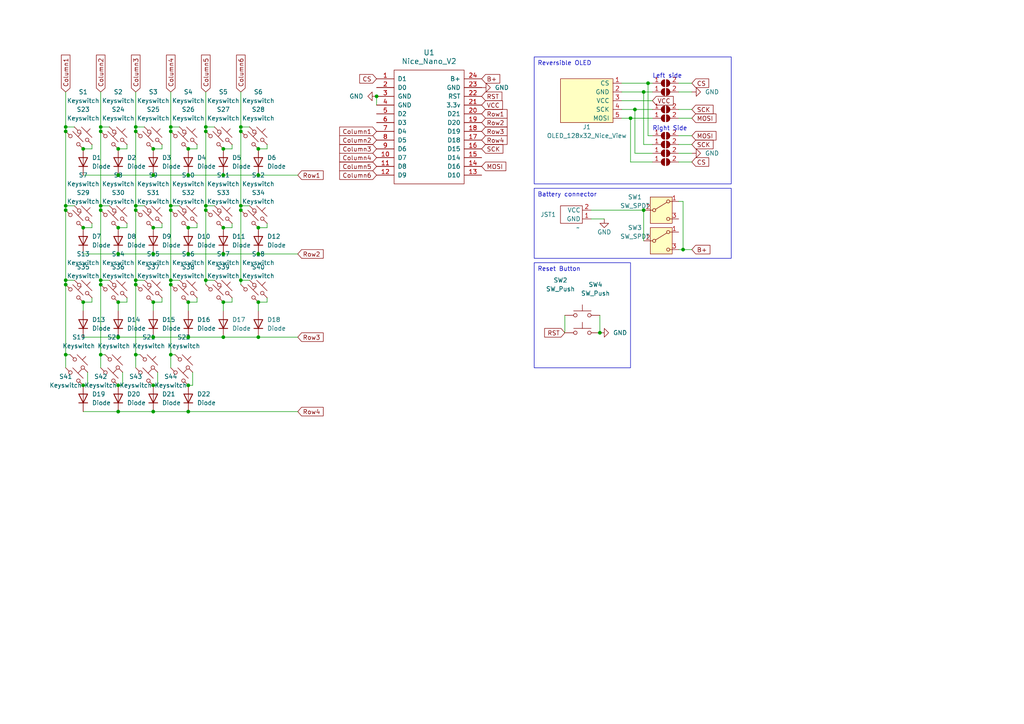
<source format=kicad_sch>
(kicad_sch (version 20230121) (generator eeschema)

  (uuid 8a722b10-7f58-4f2f-927d-3affa1d5ab8e)

  (paper "A4")

  (lib_symbols
    (symbol "Jumper:SolderJumper_2_Open" (pin_names (offset 0) hide) (in_bom yes) (on_board yes)
      (property "Reference" "JP" (at 0 2.032 0)
        (effects (font (size 1.27 1.27)))
      )
      (property "Value" "SolderJumper_2_Open" (at 0 -2.54 0)
        (effects (font (size 1.27 1.27)))
      )
      (property "Footprint" "Jumper:SolderJumper-2_P1.3mm_Open_TrianglePad1.0x1.5mm" (at 0 -5.08 0)
        (effects (font (size 1.27 1.27)) hide)
      )
      (property "Datasheet" "~" (at 0 0 0)
        (effects (font (size 1.27 1.27)) hide)
      )
      (property "ki_keywords" "solder jumper SPST" (at 0 0 0)
        (effects (font (size 1.27 1.27)) hide)
      )
      (property "ki_description" "Solder Jumper, 2-pole, open" (at 0 0 0)
        (effects (font (size 1.27 1.27)) hide)
      )
      (property "ki_fp_filters" "SolderJumper*Open*" (at 0 0 0)
        (effects (font (size 1.27 1.27)) hide)
      )
      (symbol "SolderJumper_2_Open_0_1"
        (arc (start -0.254 1.016) (mid -1.2656 0) (end -0.254 -1.016)
          (stroke (width 0) (type default))
          (fill (type none))
        )
        (arc (start -0.254 1.016) (mid -1.2656 0) (end -0.254 -1.016)
          (stroke (width 0) (type default))
          (fill (type outline))
        )
        (polyline
          (pts
            (xy -0.254 1.016)
            (xy -0.254 -1.016)
          )
          (stroke (width 0) (type default))
          (fill (type none))
        )
        (polyline
          (pts
            (xy 0.254 1.016)
            (xy 0.254 -1.016)
          )
          (stroke (width 0) (type default))
          (fill (type none))
        )
        (arc (start 0.254 -1.016) (mid 1.2656 0) (end 0.254 1.016)
          (stroke (width 0) (type default))
          (fill (type none))
        )
        (arc (start 0.254 -1.016) (mid 1.2656 0) (end 0.254 1.016)
          (stroke (width 0) (type default))
          (fill (type outline))
        )
      )
      (symbol "SolderJumper_2_Open_1_1"
        (pin passive line (at -3.81 0 0) (length 2.54)
          (name "A" (effects (font (size 1.27 1.27))))
          (number "1" (effects (font (size 1.27 1.27))))
        )
        (pin passive line (at 3.81 0 180) (length 2.54)
          (name "B" (effects (font (size 1.27 1.27))))
          (number "2" (effects (font (size 1.27 1.27))))
        )
      )
    )
    (symbol "ScottoKeebs:Battery_Connector" (in_bom yes) (on_board yes)
      (property "Reference" "JST" (at 1.27 0 0)
        (effects (font (size 1.27 1.27)))
      )
      (property "Value" "" (at 0 0 0)
        (effects (font (size 1.27 1.27)))
      )
      (property "Footprint" "Connector_JST:JST_PH_S2B-PH-K_1x02_P2.00mm_Horizontal" (at 1.27 -7.62 0)
        (effects (font (size 1.27 1.27)) hide)
      )
      (property "Datasheet" "" (at 0 0 0)
        (effects (font (size 1.27 1.27)) hide)
      )
      (symbol "Battery_Connector_0_1"
        (rectangle (start -1.27 -1.27) (end 5.08 -6.35)
          (stroke (width 0) (type default))
          (fill (type none))
        )
      )
      (symbol "Battery_Connector_1_1"
        (pin passive line (at -3.81 -2.54 0) (length 2.54)
          (name "GND" (effects (font (size 1.27 1.27))))
          (number "1" (effects (font (size 1.27 1.27))))
        )
        (pin passive line (at -3.81 -5.08 0) (length 2.54)
          (name "VCC" (effects (font (size 1.27 1.27))))
          (number "2" (effects (font (size 1.27 1.27))))
        )
      )
    )
    (symbol "ScottoKeebs:MCU_Nice_Nano_V2" (pin_names (offset 1.016)) (in_bom yes) (on_board yes)
      (property "Reference" "U" (at 0 0 0)
        (effects (font (size 1.524 1.524)))
      )
      (property "Value" "Nice_Nano_V2" (at 0 -19.05 0)
        (effects (font (size 1.524 1.524)))
      )
      (property "Footprint" "ScottoKeebs_MCU:Nice_Nano_V2" (at 0 -22.86 0)
        (effects (font (size 1.524 1.524)) hide)
      )
      (property "Datasheet" "" (at 26.67 -63.5 90)
        (effects (font (size 1.524 1.524)) hide)
      )
      (symbol "MCU_Nice_Nano_V2_0_1"
        (rectangle (start -10.16 16.51) (end 10.16 -16.51)
          (stroke (width 0) (type solid))
          (fill (type none))
        )
      )
      (symbol "MCU_Nice_Nano_V2_1_1"
        (pin input line (at -15.24 13.97 0) (length 5.08)
          (name "D1" (effects (font (size 1.27 1.27))))
          (number "1" (effects (font (size 1.27 1.27))))
        )
        (pin input line (at -15.24 -8.89 0) (length 5.08)
          (name "D7" (effects (font (size 1.27 1.27))))
          (number "10" (effects (font (size 1.27 1.27))))
        )
        (pin input line (at -15.24 -11.43 0) (length 5.08)
          (name "D8" (effects (font (size 1.27 1.27))))
          (number "11" (effects (font (size 1.27 1.27))))
        )
        (pin input line (at -15.24 -13.97 0) (length 5.08)
          (name "D9" (effects (font (size 1.27 1.27))))
          (number "12" (effects (font (size 1.27 1.27))))
        )
        (pin input line (at 15.24 -13.97 180) (length 5.08)
          (name "D10" (effects (font (size 1.27 1.27))))
          (number "13" (effects (font (size 1.27 1.27))))
        )
        (pin input line (at 15.24 -11.43 180) (length 5.08)
          (name "D16" (effects (font (size 1.27 1.27))))
          (number "14" (effects (font (size 1.27 1.27))))
        )
        (pin input line (at 15.24 -8.89 180) (length 5.08)
          (name "D14" (effects (font (size 1.27 1.27))))
          (number "15" (effects (font (size 1.27 1.27))))
        )
        (pin input line (at 15.24 -6.35 180) (length 5.08)
          (name "D15" (effects (font (size 1.27 1.27))))
          (number "16" (effects (font (size 1.27 1.27))))
        )
        (pin input line (at 15.24 -3.81 180) (length 5.08)
          (name "D18" (effects (font (size 1.27 1.27))))
          (number "17" (effects (font (size 1.27 1.27))))
        )
        (pin input line (at 15.24 -1.27 180) (length 5.08)
          (name "D19" (effects (font (size 1.27 1.27))))
          (number "18" (effects (font (size 1.27 1.27))))
        )
        (pin input line (at 15.24 1.27 180) (length 5.08)
          (name "D20" (effects (font (size 1.27 1.27))))
          (number "19" (effects (font (size 1.27 1.27))))
        )
        (pin input line (at -15.24 11.43 0) (length 5.08)
          (name "D0" (effects (font (size 1.27 1.27))))
          (number "2" (effects (font (size 1.27 1.27))))
        )
        (pin input line (at 15.24 3.81 180) (length 5.08)
          (name "D21" (effects (font (size 1.27 1.27))))
          (number "20" (effects (font (size 1.27 1.27))))
        )
        (pin input line (at 15.24 6.35 180) (length 5.08)
          (name "3.3v" (effects (font (size 1.27 1.27))))
          (number "21" (effects (font (size 1.27 1.27))))
        )
        (pin input line (at 15.24 8.89 180) (length 5.08)
          (name "RST" (effects (font (size 1.27 1.27))))
          (number "22" (effects (font (size 1.27 1.27))))
        )
        (pin input line (at 15.24 11.43 180) (length 5.08)
          (name "GND" (effects (font (size 1.27 1.27))))
          (number "23" (effects (font (size 1.27 1.27))))
        )
        (pin input line (at 15.24 13.97 180) (length 5.08)
          (name "B+" (effects (font (size 1.27 1.27))))
          (number "24" (effects (font (size 1.27 1.27))))
        )
        (pin input line (at -15.24 8.89 0) (length 5.08)
          (name "GND" (effects (font (size 1.27 1.27))))
          (number "3" (effects (font (size 1.27 1.27))))
        )
        (pin input line (at -15.24 6.35 0) (length 5.08)
          (name "GND" (effects (font (size 1.27 1.27))))
          (number "4" (effects (font (size 1.27 1.27))))
        )
        (pin input line (at -15.24 3.81 0) (length 5.08)
          (name "D2" (effects (font (size 1.27 1.27))))
          (number "5" (effects (font (size 1.27 1.27))))
        )
        (pin input line (at -15.24 1.27 0) (length 5.08)
          (name "D3" (effects (font (size 1.27 1.27))))
          (number "6" (effects (font (size 1.27 1.27))))
        )
        (pin input line (at -15.24 -1.27 0) (length 5.08)
          (name "D4" (effects (font (size 1.27 1.27))))
          (number "7" (effects (font (size 1.27 1.27))))
        )
        (pin input line (at -15.24 -3.81 0) (length 5.08)
          (name "D5" (effects (font (size 1.27 1.27))))
          (number "8" (effects (font (size 1.27 1.27))))
        )
        (pin input line (at -15.24 -6.35 0) (length 5.08)
          (name "D6" (effects (font (size 1.27 1.27))))
          (number "9" (effects (font (size 1.27 1.27))))
        )
      )
    )
    (symbol "ScottoKeebs:OLED_128x32_Nice_View" (pin_names (offset 1.016)) (in_bom yes) (on_board yes)
      (property "Reference" "J" (at 0 -6.35 0)
        (effects (font (size 1.27 1.27)))
      )
      (property "Value" "OLED_128x32_Nice_View" (at 0 10.16 0)
        (effects (font (size 1.27 1.27)))
      )
      (property "Footprint" "ScottoKeebs_Components:OLED_128x32_Nice_View" (at 0 12.7 0)
        (effects (font (size 1.27 1.27)) hide)
      )
      (property "Datasheet" "" (at 0 1.27 0)
        (effects (font (size 1.27 1.27)) hide)
      )
      (symbol "OLED_128x32_Nice_View_0_1"
        (rectangle (start 0 7.62) (end 15.24 -5.08)
          (stroke (width 0) (type default))
          (fill (type background))
        )
      )
      (symbol "OLED_128x32_Nice_View_1_1"
        (pin input line (at -2.54 -3.81 0) (length 2.54)
          (name "CS" (effects (font (size 1.27 1.27))))
          (number "1" (effects (font (size 1.27 1.27))))
        )
        (pin power_in line (at -2.54 -1.27 0) (length 2.54)
          (name "GND" (effects (font (size 1.27 1.27))))
          (number "2" (effects (font (size 1.27 1.27))))
        )
        (pin power_in line (at -2.54 1.27 0) (length 2.54)
          (name "VCC" (effects (font (size 1.27 1.27))))
          (number "3" (effects (font (size 1.27 1.27))))
        )
        (pin input line (at -2.54 3.81 0) (length 2.54)
          (name "SCK" (effects (font (size 1.27 1.27))))
          (number "4" (effects (font (size 1.27 1.27))))
        )
        (pin input line (at -2.54 6.35 0) (length 2.54)
          (name "MOSI" (effects (font (size 1.27 1.27))))
          (number "5" (effects (font (size 1.27 1.27))))
        )
      )
    )
    (symbol "ScottoKeebs:Placeholder_Diode" (pin_numbers hide) (pin_names hide) (in_bom yes) (on_board yes)
      (property "Reference" "D" (at 0 2.54 0)
        (effects (font (size 1.27 1.27)))
      )
      (property "Value" "Diode" (at 0 -2.54 0)
        (effects (font (size 1.27 1.27)))
      )
      (property "Footprint" "" (at 0 0 0)
        (effects (font (size 1.27 1.27)) hide)
      )
      (property "Datasheet" "" (at 0 0 0)
        (effects (font (size 1.27 1.27)) hide)
      )
      (property "Sim.Device" "D" (at 0 0 0)
        (effects (font (size 1.27 1.27)) hide)
      )
      (property "Sim.Pins" "1=K 2=A" (at 0 0 0)
        (effects (font (size 1.27 1.27)) hide)
      )
      (property "ki_keywords" "diode" (at 0 0 0)
        (effects (font (size 1.27 1.27)) hide)
      )
      (property "ki_description" "1N4148 (DO-35) or 1N4148W (SOD-123)" (at 0 0 0)
        (effects (font (size 1.27 1.27)) hide)
      )
      (property "ki_fp_filters" "D*DO?35*" (at 0 0 0)
        (effects (font (size 1.27 1.27)) hide)
      )
      (symbol "Placeholder_Diode_0_1"
        (polyline
          (pts
            (xy -1.27 1.27)
            (xy -1.27 -1.27)
          )
          (stroke (width 0.254) (type default))
          (fill (type none))
        )
        (polyline
          (pts
            (xy 1.27 0)
            (xy -1.27 0)
          )
          (stroke (width 0) (type default))
          (fill (type none))
        )
        (polyline
          (pts
            (xy 1.27 1.27)
            (xy 1.27 -1.27)
            (xy -1.27 0)
            (xy 1.27 1.27)
          )
          (stroke (width 0.254) (type default))
          (fill (type none))
        )
      )
      (symbol "Placeholder_Diode_1_1"
        (pin passive line (at -3.81 0 0) (length 2.54)
          (name "K" (effects (font (size 1.27 1.27))))
          (number "1" (effects (font (size 1.27 1.27))))
        )
        (pin passive line (at 3.81 0 180) (length 2.54)
          (name "A" (effects (font (size 1.27 1.27))))
          (number "2" (effects (font (size 1.27 1.27))))
        )
      )
    )
    (symbol "ScottoKeebs:Placeholder_Keyswitch" (pin_numbers hide) (pin_names (offset 1.016) hide) (in_bom yes) (on_board yes)
      (property "Reference" "S" (at 3.048 1.016 0)
        (effects (font (size 1.27 1.27)) (justify left))
      )
      (property "Value" "Keyswitch" (at 0 -3.81 0)
        (effects (font (size 1.27 1.27)))
      )
      (property "Footprint" "" (at 0 0 0)
        (effects (font (size 1.27 1.27)) hide)
      )
      (property "Datasheet" "~" (at 0 0 0)
        (effects (font (size 1.27 1.27)) hide)
      )
      (property "ki_keywords" "switch normally-open pushbutton push-button" (at 0 0 0)
        (effects (font (size 1.27 1.27)) hide)
      )
      (property "ki_description" "Push button switch, normally open, two pins, 45° tilted" (at 0 0 0)
        (effects (font (size 1.27 1.27)) hide)
      )
      (symbol "Placeholder_Keyswitch_0_1"
        (circle (center -1.1684 1.1684) (radius 0.508)
          (stroke (width 0) (type default))
          (fill (type none))
        )
        (polyline
          (pts
            (xy -0.508 2.54)
            (xy 2.54 -0.508)
          )
          (stroke (width 0) (type default))
          (fill (type none))
        )
        (polyline
          (pts
            (xy 1.016 1.016)
            (xy 2.032 2.032)
          )
          (stroke (width 0) (type default))
          (fill (type none))
        )
        (polyline
          (pts
            (xy -2.54 2.54)
            (xy -1.524 1.524)
            (xy -1.524 1.524)
          )
          (stroke (width 0) (type default))
          (fill (type none))
        )
        (polyline
          (pts
            (xy 1.524 -1.524)
            (xy 2.54 -2.54)
            (xy 2.54 -2.54)
            (xy 2.54 -2.54)
          )
          (stroke (width 0) (type default))
          (fill (type none))
        )
        (circle (center 1.143 -1.1938) (radius 0.508)
          (stroke (width 0) (type default))
          (fill (type none))
        )
        (pin passive line (at -2.54 2.54 0) (length 0)
          (name "1" (effects (font (size 1.27 1.27))))
          (number "1" (effects (font (size 1.27 1.27))))
        )
        (pin passive line (at 2.54 -2.54 180) (length 0)
          (name "2" (effects (font (size 1.27 1.27))))
          (number "2" (effects (font (size 1.27 1.27))))
        )
      )
    )
    (symbol "Switch:SW_Push" (pin_numbers hide) (pin_names (offset 1.016) hide) (in_bom yes) (on_board yes)
      (property "Reference" "SW" (at 1.27 2.54 0)
        (effects (font (size 1.27 1.27)) (justify left))
      )
      (property "Value" "SW_Push" (at 0 -1.524 0)
        (effects (font (size 1.27 1.27)))
      )
      (property "Footprint" "" (at 0 5.08 0)
        (effects (font (size 1.27 1.27)) hide)
      )
      (property "Datasheet" "~" (at 0 5.08 0)
        (effects (font (size 1.27 1.27)) hide)
      )
      (property "ki_keywords" "switch normally-open pushbutton push-button" (at 0 0 0)
        (effects (font (size 1.27 1.27)) hide)
      )
      (property "ki_description" "Push button switch, generic, two pins" (at 0 0 0)
        (effects (font (size 1.27 1.27)) hide)
      )
      (symbol "SW_Push_0_1"
        (circle (center -2.032 0) (radius 0.508)
          (stroke (width 0) (type default))
          (fill (type none))
        )
        (polyline
          (pts
            (xy 0 1.27)
            (xy 0 3.048)
          )
          (stroke (width 0) (type default))
          (fill (type none))
        )
        (polyline
          (pts
            (xy 2.54 1.27)
            (xy -2.54 1.27)
          )
          (stroke (width 0) (type default))
          (fill (type none))
        )
        (circle (center 2.032 0) (radius 0.508)
          (stroke (width 0) (type default))
          (fill (type none))
        )
        (pin passive line (at -5.08 0 0) (length 2.54)
          (name "1" (effects (font (size 1.27 1.27))))
          (number "1" (effects (font (size 1.27 1.27))))
        )
        (pin passive line (at 5.08 0 180) (length 2.54)
          (name "2" (effects (font (size 1.27 1.27))))
          (number "2" (effects (font (size 1.27 1.27))))
        )
      )
    )
    (symbol "Switch:SW_SPDT" (pin_names (offset 0) hide) (in_bom yes) (on_board yes)
      (property "Reference" "SW" (at 0 5.08 0)
        (effects (font (size 1.27 1.27)))
      )
      (property "Value" "SW_SPDT" (at 0 -5.08 0)
        (effects (font (size 1.27 1.27)))
      )
      (property "Footprint" "Button_Switch_SMD:SW_SPDT_PCM12" (at 0 -7.62 0)
        (effects (font (size 1.27 1.27)) hide)
      )
      (property "Datasheet" "~" (at 0 -7.62 0)
        (effects (font (size 1.27 1.27)) hide)
      )
      (property "ki_keywords" "switch single-pole double-throw spdt ON-ON" (at 0 0 0)
        (effects (font (size 1.27 1.27)) hide)
      )
      (property "ki_description" "Switch, single pole double throw" (at 0 0 0)
        (effects (font (size 1.27 1.27)) hide)
      )
      (symbol "SW_SPDT_0_1"
        (circle (center -2.032 0) (radius 0.4572)
          (stroke (width 0) (type default))
          (fill (type none))
        )
        (polyline
          (pts
            (xy -1.651 0.254)
            (xy 1.651 2.286)
          )
          (stroke (width 0) (type default))
          (fill (type none))
        )
        (circle (center 2.032 -2.54) (radius 0.4572)
          (stroke (width 0) (type default))
          (fill (type none))
        )
        (circle (center 2.032 2.54) (radius 0.4572)
          (stroke (width 0) (type default))
          (fill (type none))
        )
      )
      (symbol "SW_SPDT_1_1"
        (rectangle (start -3.175 3.81) (end 3.175 -3.81)
          (stroke (width 0) (type default))
          (fill (type background))
        )
        (pin passive line (at 5.08 2.54 180) (length 2.54)
          (name "A" (effects (font (size 1.27 1.27))))
          (number "1" (effects (font (size 1.27 1.27))))
        )
        (pin passive line (at -5.08 0 0) (length 2.54)
          (name "B" (effects (font (size 1.27 1.27))))
          (number "2" (effects (font (size 1.27 1.27))))
        )
        (pin passive line (at 5.08 -2.54 180) (length 2.54)
          (name "C" (effects (font (size 1.27 1.27))))
          (number "3" (effects (font (size 1.27 1.27))))
        )
      )
    )
    (symbol "power:GND" (power) (pin_names (offset 0)) (in_bom yes) (on_board yes)
      (property "Reference" "#PWR" (at 0 -6.35 0)
        (effects (font (size 1.27 1.27)) hide)
      )
      (property "Value" "GND" (at 0 -3.81 0)
        (effects (font (size 1.27 1.27)))
      )
      (property "Footprint" "" (at 0 0 0)
        (effects (font (size 1.27 1.27)) hide)
      )
      (property "Datasheet" "" (at 0 0 0)
        (effects (font (size 1.27 1.27)) hide)
      )
      (property "ki_keywords" "global power" (at 0 0 0)
        (effects (font (size 1.27 1.27)) hide)
      )
      (property "ki_description" "Power symbol creates a global label with name \"GND\" , ground" (at 0 0 0)
        (effects (font (size 1.27 1.27)) hide)
      )
      (symbol "GND_0_1"
        (polyline
          (pts
            (xy 0 0)
            (xy 0 -1.27)
            (xy 1.27 -1.27)
            (xy 0 -2.54)
            (xy -1.27 -1.27)
            (xy 0 -1.27)
          )
          (stroke (width 0) (type default))
          (fill (type none))
        )
      )
      (symbol "GND_1_1"
        (pin power_in line (at 0 0 270) (length 0) hide
          (name "GND" (effects (font (size 1.27 1.27))))
          (number "1" (effects (font (size 1.27 1.27))))
        )
      )
    )
  )

  (junction (at 69.85 38.1) (diameter 0) (color 0 0 0 0)
    (uuid 0abc6004-efbc-4790-9a83-95956d400bb6)
  )
  (junction (at 44.45 87.63) (diameter 0) (color 0 0 0 0)
    (uuid 0b1571b4-e818-47b8-b8c2-f8c18a82381d)
  )
  (junction (at 44.45 43.18) (diameter 0) (color 0 0 0 0)
    (uuid 0c00029d-b7e6-43d4-9fa2-bcda8742107d)
  )
  (junction (at 54.61 87.63) (diameter 0) (color 0 0 0 0)
    (uuid 0ed14799-3458-4b3c-946a-59351ad120f6)
  )
  (junction (at 19.05 82.55) (diameter 0) (color 0 0 0 0)
    (uuid 11edab1a-ca59-4891-8a20-14f57dab3a2f)
  )
  (junction (at 19.05 36.83) (diameter 0) (color 0 0 0 0)
    (uuid 12dc8739-c8e2-4ca9-a4fb-8d3b5091fa35)
  )
  (junction (at 186.69 26.67) (diameter 0) (color 0 0 0 0)
    (uuid 13d742fd-6bb6-4088-a8bf-87e1e721ae3d)
  )
  (junction (at 39.37 81.28) (diameter 0) (color 0 0 0 0)
    (uuid 19792e7c-5653-488f-bc93-8765d128775e)
  )
  (junction (at 19.05 102.87) (diameter 0) (color 0 0 0 0)
    (uuid 1bb80c09-5076-4a4e-b7af-25632ad00504)
  )
  (junction (at 54.61 66.04) (diameter 0) (color 0 0 0 0)
    (uuid 1d7f34d3-61f0-4e3f-9537-1d2b9f80659f)
  )
  (junction (at 187.96 24.13) (diameter 0) (color 0 0 0 0)
    (uuid 24416417-0aca-4f39-811d-ecfbe27e0c00)
  )
  (junction (at 34.29 87.63) (diameter 0) (color 0 0 0 0)
    (uuid 256e3706-bbda-459f-bf5c-8222c9096b2d)
  )
  (junction (at 49.53 59.69) (diameter 0) (color 0 0 0 0)
    (uuid 2614bd94-1052-4932-9383-302e97eef58a)
  )
  (junction (at 59.69 81.28) (diameter 0) (color 0 0 0 0)
    (uuid 2a90a8c8-02d3-4477-be32-5848d33bbca3)
  )
  (junction (at 64.77 66.04) (diameter 0) (color 0 0 0 0)
    (uuid 34df5228-49b0-4bac-914a-6fd4413795dd)
  )
  (junction (at 19.05 60.96) (diameter 0) (color 0 0 0 0)
    (uuid 3e598bca-a569-4440-ba6e-09541f097bee)
  )
  (junction (at 44.45 119.38) (diameter 0) (color 0 0 0 0)
    (uuid 3ea1a6cf-b53d-4165-bf9e-412a54dc3dc6)
  )
  (junction (at 29.21 36.83) (diameter 0) (color 0 0 0 0)
    (uuid 44950f9d-c9d6-4ba7-9725-a0fecac8ab49)
  )
  (junction (at 39.37 38.1) (diameter 0) (color 0 0 0 0)
    (uuid 4a2caea8-4d8d-4b15-9b68-83051ef45029)
  )
  (junction (at 29.21 102.87) (diameter 0) (color 0 0 0 0)
    (uuid 5403e4fe-2687-43eb-b6ca-d472489f9aa2)
  )
  (junction (at 24.13 43.18) (diameter 0) (color 0 0 0 0)
    (uuid 56820198-e006-4e98-b725-939259dfba3e)
  )
  (junction (at 24.13 111.76) (diameter 0) (color 0 0 0 0)
    (uuid 56e3476f-7913-4cb2-955c-dd3bf5be3bd7)
  )
  (junction (at 19.05 38.1) (diameter 0) (color 0 0 0 0)
    (uuid 571d6449-7eb6-45b3-b854-72e10a52bd45)
  )
  (junction (at 69.85 81.28) (diameter 0) (color 0 0 0 0)
    (uuid 5bba3e42-482a-402f-a57e-17aa244ac971)
  )
  (junction (at 173.99 96.52) (diameter 0) (color 0 0 0 0)
    (uuid 622e02e2-7de6-4229-ad2a-2c360b7ede67)
  )
  (junction (at 64.77 87.63) (diameter 0) (color 0 0 0 0)
    (uuid 659fb10b-80fb-4f21-9c0f-118a6f998cdb)
  )
  (junction (at 44.45 73.66) (diameter 0) (color 0 0 0 0)
    (uuid 66dd156e-736f-4aed-b86b-dd43f8768fd9)
  )
  (junction (at 49.53 36.83) (diameter 0) (color 0 0 0 0)
    (uuid 6725febd-af4e-4bf1-b231-4b6ae4d6cf07)
  )
  (junction (at 29.21 82.55) (diameter 0) (color 0 0 0 0)
    (uuid 67da08e8-6b93-40bb-b258-755e5559789a)
  )
  (junction (at 34.29 97.79) (diameter 0) (color 0 0 0 0)
    (uuid 6848e6bb-039a-4a04-a52a-624a9760a718)
  )
  (junction (at 34.29 119.38) (diameter 0) (color 0 0 0 0)
    (uuid 6878565b-b4e1-4a7c-92ca-8c056a073a19)
  )
  (junction (at 34.29 50.8) (diameter 0) (color 0 0 0 0)
    (uuid 68920219-62c3-41e0-a1d7-fb08c521bad6)
  )
  (junction (at 29.21 60.96) (diameter 0) (color 0 0 0 0)
    (uuid 6ba91161-adb7-4f12-b985-c2b7a9499342)
  )
  (junction (at 54.61 43.18) (diameter 0) (color 0 0 0 0)
    (uuid 7266b924-30bf-4b1d-bcf9-5945439518af)
  )
  (junction (at 29.21 59.69) (diameter 0) (color 0 0 0 0)
    (uuid 74ceffba-c235-49ba-867c-e00f837a372b)
  )
  (junction (at 54.61 119.38) (diameter 0) (color 0 0 0 0)
    (uuid 7ad5012a-48ee-4c93-813b-00138b0c500a)
  )
  (junction (at 186.69 60.96) (diameter 0) (color 0 0 0 0)
    (uuid 7ccf794d-268c-48e2-94b1-1ef5753923b1)
  )
  (junction (at 34.29 66.04) (diameter 0) (color 0 0 0 0)
    (uuid 7cf212a5-c799-4756-b99e-64ff21d23ff7)
  )
  (junction (at 34.29 111.76) (diameter 0) (color 0 0 0 0)
    (uuid 7e54bf9b-6424-435f-b6cc-6055d370ad1a)
  )
  (junction (at 54.61 73.66) (diameter 0) (color 0 0 0 0)
    (uuid 7ef18a61-dac9-4a38-bfe6-8bd25224b820)
  )
  (junction (at 64.77 50.8) (diameter 0) (color 0 0 0 0)
    (uuid 7fd13953-d2b2-4489-8448-4909bb9c78ec)
  )
  (junction (at 29.21 38.1) (diameter 0) (color 0 0 0 0)
    (uuid 8693f83c-5f14-4294-a57a-cbf62515c768)
  )
  (junction (at 49.53 102.87) (diameter 0) (color 0 0 0 0)
    (uuid 86e273c1-6b80-41f5-80a3-6172d6a0b03c)
  )
  (junction (at 74.93 97.79) (diameter 0) (color 0 0 0 0)
    (uuid 87366543-a683-44cd-9cc6-b9d2e0995bc5)
  )
  (junction (at 69.85 60.96) (diameter 0) (color 0 0 0 0)
    (uuid 8748140d-3242-476a-8e9c-b40a975134c1)
  )
  (junction (at 49.53 81.28) (diameter 0) (color 0 0 0 0)
    (uuid 8962b590-1e24-4ca5-a21d-a610da9dc859)
  )
  (junction (at 184.15 31.75) (diameter 0) (color 0 0 0 0)
    (uuid 8a1a8a64-4bce-4d41-8dad-e4369c4439a3)
  )
  (junction (at 49.53 82.55) (diameter 0) (color 0 0 0 0)
    (uuid 962410de-7609-4457-ad7d-e3ba6c790d4d)
  )
  (junction (at 54.61 97.79) (diameter 0) (color 0 0 0 0)
    (uuid 9676a4de-1320-4a38-9972-3ae91b7eb2ee)
  )
  (junction (at 64.77 43.18) (diameter 0) (color 0 0 0 0)
    (uuid 98756590-5513-4b85-87ba-f50976f61f95)
  )
  (junction (at 54.61 111.76) (diameter 0) (color 0 0 0 0)
    (uuid 990be5d3-2e1c-412f-b55e-130fe65b02eb)
  )
  (junction (at 64.77 97.79) (diameter 0) (color 0 0 0 0)
    (uuid 9bfe961c-906a-4734-b39a-da91d231ed05)
  )
  (junction (at 198.12 72.39) (diameter 0) (color 0 0 0 0)
    (uuid 9c5d7c77-36b1-487c-aecb-a60224bfd107)
  )
  (junction (at 74.93 73.66) (diameter 0) (color 0 0 0 0)
    (uuid a32f3c80-2c78-4773-8eb7-e7265bd98b72)
  )
  (junction (at 44.45 66.04) (diameter 0) (color 0 0 0 0)
    (uuid a5809ad9-7b4c-4a50-9ac1-f93a8d85d72c)
  )
  (junction (at 34.29 73.66) (diameter 0) (color 0 0 0 0)
    (uuid a93324c3-4a1e-4093-b40a-3c7bf5bec036)
  )
  (junction (at 69.85 36.83) (diameter 0) (color 0 0 0 0)
    (uuid aaf65c44-3dbe-4f7d-b58d-f8bf0dcdf6c0)
  )
  (junction (at 59.69 38.1) (diameter 0) (color 0 0 0 0)
    (uuid af47e6f9-e924-4dfc-874e-ab123febbd3e)
  )
  (junction (at 24.13 87.63) (diameter 0) (color 0 0 0 0)
    (uuid b548e161-8599-4d45-b78a-835a7d609cc1)
  )
  (junction (at 69.85 59.69) (diameter 0) (color 0 0 0 0)
    (uuid b5e30ace-cda8-4751-827e-2520666d35f7)
  )
  (junction (at 19.05 59.69) (diameter 0) (color 0 0 0 0)
    (uuid b6b2fc92-ad17-4788-bca4-aa66c62a2fcb)
  )
  (junction (at 39.37 60.96) (diameter 0) (color 0 0 0 0)
    (uuid b83e5c79-8c4a-4845-a12a-7cf568fb163b)
  )
  (junction (at 74.93 87.63) (diameter 0) (color 0 0 0 0)
    (uuid b94976a4-4a0a-45c8-a2e2-15bbed27d970)
  )
  (junction (at 39.37 102.87) (diameter 0) (color 0 0 0 0)
    (uuid bfae2c09-675a-4617-aab2-428355421893)
  )
  (junction (at 29.21 81.28) (diameter 0) (color 0 0 0 0)
    (uuid c18a9b68-6eff-4b35-98a9-6e68114c7d1f)
  )
  (junction (at 59.69 60.96) (diameter 0) (color 0 0 0 0)
    (uuid c2e850c8-4195-44b6-a0f3-71d40089d673)
  )
  (junction (at 44.45 97.79) (diameter 0) (color 0 0 0 0)
    (uuid c4ca8bed-b06d-49b8-bdf8-ef88a5fd7de4)
  )
  (junction (at 19.05 81.28) (diameter 0) (color 0 0 0 0)
    (uuid c53aef98-0094-45b0-9c86-f784d0f7dc0d)
  )
  (junction (at 34.29 43.18) (diameter 0) (color 0 0 0 0)
    (uuid c698882d-21d5-4cdc-b29b-8289a7fd0dd6)
  )
  (junction (at 64.77 73.66) (diameter 0) (color 0 0 0 0)
    (uuid c915066c-6d85-4ec2-835d-ba52757b2631)
  )
  (junction (at 74.93 50.8) (diameter 0) (color 0 0 0 0)
    (uuid c9eceffc-ccbc-4180-9279-baf8d49666e8)
  )
  (junction (at 59.69 36.83) (diameter 0) (color 0 0 0 0)
    (uuid d0c30f7d-586b-4877-956a-f761e4b3f725)
  )
  (junction (at 24.13 66.04) (diameter 0) (color 0 0 0 0)
    (uuid d628e24b-3026-4e48-906e-ab9816661035)
  )
  (junction (at 39.37 36.83) (diameter 0) (color 0 0 0 0)
    (uuid d708d3b1-9187-49b2-9ed2-c1a4891e5adc)
  )
  (junction (at 39.37 59.69) (diameter 0) (color 0 0 0 0)
    (uuid d7813736-f202-49a1-9718-45087bde61ae)
  )
  (junction (at 74.93 66.04) (diameter 0) (color 0 0 0 0)
    (uuid de3a8c89-87aa-4544-851e-b1ac1b2e8ed5)
  )
  (junction (at 44.45 50.8) (diameter 0) (color 0 0 0 0)
    (uuid e6d1cbc7-21b0-4214-94ed-690d74b0761c)
  )
  (junction (at 54.61 50.8) (diameter 0) (color 0 0 0 0)
    (uuid e818b602-9ac6-4791-8b91-a380f8ca8367)
  )
  (junction (at 49.53 38.1) (diameter 0) (color 0 0 0 0)
    (uuid e9c5d930-0e37-43ca-8d49-5e1b30c078ff)
  )
  (junction (at 109.22 27.94) (diameter 0) (color 0 0 0 0)
    (uuid ee6a9d25-82b2-49e0-b355-b7d3347b90b1)
  )
  (junction (at 39.37 82.55) (diameter 0) (color 0 0 0 0)
    (uuid eff545c9-80d7-489d-98b5-a1906b40754c)
  )
  (junction (at 59.69 59.69) (diameter 0) (color 0 0 0 0)
    (uuid f44d08ed-3d53-4f3e-80da-be57b01300a6)
  )
  (junction (at 44.45 111.76) (diameter 0) (color 0 0 0 0)
    (uuid fcd87589-52c5-450a-8928-1d8439bd5857)
  )
  (junction (at 182.88 34.29) (diameter 0) (color 0 0 0 0)
    (uuid fd14d2f8-b5d6-45ba-bd4e-776efe0fba95)
  )
  (junction (at 49.53 60.96) (diameter 0) (color 0 0 0 0)
    (uuid fda104b8-26df-48e3-9d45-89f0915355cc)
  )
  (junction (at 74.93 43.18) (diameter 0) (color 0 0 0 0)
    (uuid fea3107b-9e4e-4e4c-8739-b3d1fef7ab92)
  )

  (wire (pts (xy 29.21 102.87) (xy 29.21 106.68))
    (stroke (width 0) (type default))
    (uuid 001cf4b5-db1e-4781-a9f4-8e6513294f24)
  )
  (wire (pts (xy 36.83 43.18) (xy 36.83 41.91))
    (stroke (width 0) (type default))
    (uuid 00dbd430-5715-425d-9eb0-c92f23c223bf)
  )
  (wire (pts (xy 29.21 36.83) (xy 29.21 38.1))
    (stroke (width 0) (type default))
    (uuid 024f4de3-34a7-4ba8-8343-3cdab3ba9c58)
  )
  (wire (pts (xy 74.93 87.63) (xy 77.47 87.63))
    (stroke (width 0) (type default))
    (uuid 03e1b79d-325a-4a67-9f3a-6249acaac27c)
  )
  (wire (pts (xy 26.67 66.04) (xy 26.67 64.77))
    (stroke (width 0) (type default))
    (uuid 040a87a3-2667-45af-9d70-5ab38004f512)
  )
  (wire (pts (xy 49.53 102.87) (xy 49.53 106.68))
    (stroke (width 0) (type default))
    (uuid 04177690-7f2b-4ca6-b121-2f5f5e94f14f)
  )
  (wire (pts (xy 19.05 102.87) (xy 20.32 102.87))
    (stroke (width 0) (type default))
    (uuid 074fc2f6-d39d-494f-b5e5-452b880c824a)
  )
  (wire (pts (xy 29.21 60.96) (xy 29.21 81.28))
    (stroke (width 0) (type default))
    (uuid 078785c3-5d30-47bb-bdcf-38d046c8223b)
  )
  (wire (pts (xy 49.53 38.1) (xy 49.53 59.69))
    (stroke (width 0) (type default))
    (uuid 09cfcdb1-2144-4e71-ab62-3bb95904f5e9)
  )
  (wire (pts (xy 182.88 46.99) (xy 189.23 46.99))
    (stroke (width 0) (type default))
    (uuid 0ad2e0ef-f348-4f88-8053-adc7bd467bc9)
  )
  (wire (pts (xy 24.13 87.63) (xy 24.13 90.17))
    (stroke (width 0) (type default))
    (uuid 0b046ecd-5995-49fa-ba6e-007b3f2b4258)
  )
  (wire (pts (xy 46.99 43.18) (xy 44.45 43.18))
    (stroke (width 0) (type default))
    (uuid 0b11c050-ac7c-4a6f-8e61-cdffdb4f17de)
  )
  (wire (pts (xy 57.15 43.18) (xy 57.15 41.91))
    (stroke (width 0) (type default))
    (uuid 0f32722c-f5c8-4999-a8dd-6f91ae2277cc)
  )
  (wire (pts (xy 19.05 26.67) (xy 19.05 36.83))
    (stroke (width 0) (type default))
    (uuid 10c7cf44-601b-4cc6-9d3b-3614f5d170fc)
  )
  (wire (pts (xy 44.45 119.38) (xy 54.61 119.38))
    (stroke (width 0) (type default))
    (uuid 10ee008c-b9d9-4fda-af87-87b312fe79c6)
  )
  (wire (pts (xy 173.99 96.52) (xy 173.99 91.44))
    (stroke (width 0) (type default))
    (uuid 110739d5-9c3f-4177-acb7-4aa228deadc6)
  )
  (wire (pts (xy 46.99 66.04) (xy 46.99 64.77))
    (stroke (width 0) (type default))
    (uuid 12fe2370-284e-4f1d-823f-343bd6da8ddf)
  )
  (wire (pts (xy 34.29 87.63) (xy 34.29 90.17))
    (stroke (width 0) (type default))
    (uuid 16ccbee3-b7ca-476e-992b-163992f7ecb0)
  )
  (wire (pts (xy 36.83 87.63) (xy 36.83 86.36))
    (stroke (width 0) (type default))
    (uuid 172d3cd4-9978-46a4-a539-2bcaa037ab7e)
  )
  (wire (pts (xy 46.99 43.18) (xy 46.99 41.91))
    (stroke (width 0) (type default))
    (uuid 1dfb99ec-9677-405c-9596-33f5d06fd74f)
  )
  (wire (pts (xy 64.77 50.8) (xy 74.93 50.8))
    (stroke (width 0) (type default))
    (uuid 1e5c8ecb-dd07-44ff-8cbf-c743997a912b)
  )
  (wire (pts (xy 186.69 60.96) (xy 186.69 69.85))
    (stroke (width 0) (type default))
    (uuid 1e8d0e4a-1b47-49d3-815e-8772b927ac37)
  )
  (wire (pts (xy 186.69 26.67) (xy 186.69 41.91))
    (stroke (width 0) (type default))
    (uuid 1e97c655-d0fd-4001-9c01-945848f55459)
  )
  (wire (pts (xy 171.45 63.5) (xy 175.26 63.5))
    (stroke (width 0) (type default))
    (uuid 202bed16-8cae-4bc4-bedc-d2b523a5431a)
  )
  (wire (pts (xy 41.91 59.69) (xy 39.37 59.69))
    (stroke (width 0) (type default))
    (uuid 22dff79c-00ce-461f-9ad0-8c41839afb18)
  )
  (wire (pts (xy 59.69 36.83) (xy 59.69 38.1))
    (stroke (width 0) (type default))
    (uuid 23e2a433-b852-45a0-8617-37ecf686dd6e)
  )
  (wire (pts (xy 180.34 31.75) (xy 184.15 31.75))
    (stroke (width 0) (type default))
    (uuid 26dfa8ee-c20d-469d-97e6-bf974e314417)
  )
  (wire (pts (xy 200.66 72.39) (xy 198.12 72.39))
    (stroke (width 0) (type default))
    (uuid 28aca55c-1b8e-4f59-a93c-1103e923e09f)
  )
  (wire (pts (xy 41.91 81.28) (xy 39.37 81.28))
    (stroke (width 0) (type default))
    (uuid 28feb45b-953c-4e95-8c99-aadf4434e8fa)
  )
  (wire (pts (xy 46.99 66.04) (xy 44.45 66.04))
    (stroke (width 0) (type default))
    (uuid 2a9f473c-5d75-45dd-95d1-76b8f7890d30)
  )
  (wire (pts (xy 49.53 59.69) (xy 49.53 60.96))
    (stroke (width 0) (type default))
    (uuid 2b52f1f3-f061-4175-bb29-f502e1905c8c)
  )
  (wire (pts (xy 34.29 119.38) (xy 44.45 119.38))
    (stroke (width 0) (type default))
    (uuid 2c7d1d51-4d09-4926-8d49-246b6e1f2ae6)
  )
  (wire (pts (xy 29.21 102.87) (xy 29.21 82.55))
    (stroke (width 0) (type default))
    (uuid 2e0e3210-0903-44d4-a48e-00ac11143198)
  )
  (wire (pts (xy 67.31 66.04) (xy 67.31 64.77))
    (stroke (width 0) (type default))
    (uuid 2faa352c-627c-4656-be54-d047abe8adc2)
  )
  (wire (pts (xy 39.37 59.69) (xy 39.37 60.96))
    (stroke (width 0) (type default))
    (uuid 2fc1e2ac-9da8-4c5b-9436-544d0e9117a6)
  )
  (wire (pts (xy 180.34 26.67) (xy 186.69 26.67))
    (stroke (width 0) (type default))
    (uuid 34082218-945c-4414-a5bf-6c6d687f7dac)
  )
  (wire (pts (xy 36.83 43.18) (xy 34.29 43.18))
    (stroke (width 0) (type default))
    (uuid 34223c68-a69c-4c18-9219-0fd9c02491f7)
  )
  (wire (pts (xy 69.85 38.1) (xy 69.85 59.69))
    (stroke (width 0) (type default))
    (uuid 347767f7-b536-40e6-8499-fb64bd67ff83)
  )
  (wire (pts (xy 59.69 82.55) (xy 59.69 81.28))
    (stroke (width 0) (type default))
    (uuid 351ecd96-1186-4e70-8ba9-61b9784cba64)
  )
  (wire (pts (xy 62.23 59.69) (xy 59.69 59.69))
    (stroke (width 0) (type default))
    (uuid 3733e8d0-6bfd-4cee-9a2f-a1b13c7d8d51)
  )
  (wire (pts (xy 69.85 81.28) (xy 72.39 81.28))
    (stroke (width 0) (type default))
    (uuid 3735daa1-3f76-4e9a-a903-9ff94d89af56)
  )
  (wire (pts (xy 186.69 26.67) (xy 189.23 26.67))
    (stroke (width 0) (type default))
    (uuid 38cbb487-24c5-404c-bdb8-0e5790c02dce)
  )
  (wire (pts (xy 67.31 43.18) (xy 67.31 41.91))
    (stroke (width 0) (type default))
    (uuid 39b2bb71-3adf-4c7c-9616-23dc48a97def)
  )
  (wire (pts (xy 196.85 46.99) (xy 200.66 46.99))
    (stroke (width 0) (type default))
    (uuid 3acf38e4-a309-4c2b-a924-4cd532dd188f)
  )
  (wire (pts (xy 196.85 44.45) (xy 200.66 44.45))
    (stroke (width 0) (type default))
    (uuid 3c0ca963-7887-4fd6-85f4-68deed50d486)
  )
  (wire (pts (xy 24.13 50.8) (xy 34.29 50.8))
    (stroke (width 0) (type default))
    (uuid 3d559992-513f-45be-8ff7-cfc546bae662)
  )
  (wire (pts (xy 77.47 66.04) (xy 77.47 64.77))
    (stroke (width 0) (type default))
    (uuid 3ebff648-7834-46a4-901d-3ce836970d46)
  )
  (wire (pts (xy 54.61 87.63) (xy 57.15 87.63))
    (stroke (width 0) (type default))
    (uuid 3fba349d-f74b-44b6-90a5-91d1242ac3c3)
  )
  (wire (pts (xy 55.88 111.76) (xy 55.88 107.95))
    (stroke (width 0) (type default))
    (uuid 4051e505-0a99-4043-b3ac-d422e16ed5e7)
  )
  (wire (pts (xy 69.85 60.96) (xy 69.85 81.28))
    (stroke (width 0) (type default))
    (uuid 4168f5bd-3f0e-4f12-ba66-a7b7ff716409)
  )
  (wire (pts (xy 69.85 82.55) (xy 69.85 81.28))
    (stroke (width 0) (type default))
    (uuid 4176c857-d7a6-4213-a58a-5480c90dfde0)
  )
  (wire (pts (xy 24.13 97.79) (xy 34.29 97.79))
    (stroke (width 0) (type default))
    (uuid 417b7898-dcf6-43b5-aac1-1dde36e209d5)
  )
  (wire (pts (xy 198.12 58.42) (xy 196.85 58.42))
    (stroke (width 0) (type default))
    (uuid 424a6d5c-faee-4adc-818d-bba0bda59e46)
  )
  (wire (pts (xy 74.93 73.66) (xy 86.36 73.66))
    (stroke (width 0) (type default))
    (uuid 440face0-f2ac-4247-9b5c-ba72ac9f779b)
  )
  (wire (pts (xy 77.47 43.18) (xy 77.47 41.91))
    (stroke (width 0) (type default))
    (uuid 4433b8dd-87fb-4f1d-ba1b-bd4a24279fef)
  )
  (wire (pts (xy 29.21 102.87) (xy 30.48 102.87))
    (stroke (width 0) (type default))
    (uuid 45370a0e-ece1-4b79-a098-4be4d7aef45a)
  )
  (wire (pts (xy 41.91 36.83) (xy 39.37 36.83))
    (stroke (width 0) (type default))
    (uuid 45b7e8a3-6bd3-421d-8483-c1653cd34e01)
  )
  (wire (pts (xy 29.21 59.69) (xy 29.21 60.96))
    (stroke (width 0) (type default))
    (uuid 4ed24345-d00c-4c62-a87f-6f74f494e2be)
  )
  (wire (pts (xy 69.85 36.83) (xy 69.85 38.1))
    (stroke (width 0) (type default))
    (uuid 5072ed9c-21a4-4ac3-8375-2db9d3181b42)
  )
  (wire (pts (xy 57.15 87.63) (xy 57.15 86.36))
    (stroke (width 0) (type default))
    (uuid 5102fecf-f6cb-4b4b-be4e-368bc1beca95)
  )
  (wire (pts (xy 64.77 73.66) (xy 74.93 73.66))
    (stroke (width 0) (type default))
    (uuid 515884be-39ac-4084-9c80-7b657103b474)
  )
  (wire (pts (xy 19.05 102.87) (xy 19.05 82.55))
    (stroke (width 0) (type default))
    (uuid 51ca859a-34fe-433f-aae8-e1a7c7b78dc4)
  )
  (wire (pts (xy 44.45 73.66) (xy 54.61 73.66))
    (stroke (width 0) (type default))
    (uuid 55c24254-8eef-4b2f-a104-c8bb750cf43d)
  )
  (wire (pts (xy 39.37 26.67) (xy 39.37 36.83))
    (stroke (width 0) (type default))
    (uuid 58045e21-e1a3-4187-a825-80d70eb0a7d9)
  )
  (wire (pts (xy 54.61 119.38) (xy 86.36 119.38))
    (stroke (width 0) (type default))
    (uuid 595da82c-b172-426d-9cf8-ec00d9792871)
  )
  (wire (pts (xy 196.85 24.13) (xy 200.66 24.13))
    (stroke (width 0) (type default))
    (uuid 5982736d-2a6b-4772-8c61-47e7cdd0991e)
  )
  (wire (pts (xy 49.53 81.28) (xy 49.53 82.55))
    (stroke (width 0) (type default))
    (uuid 5cd52beb-98c4-471b-8e9a-3101f2f8842a)
  )
  (wire (pts (xy 29.21 81.28) (xy 29.21 82.55))
    (stroke (width 0) (type default))
    (uuid 5d660f89-ff46-4fce-8f7a-43076b0168ac)
  )
  (wire (pts (xy 26.67 66.04) (xy 24.13 66.04))
    (stroke (width 0) (type default))
    (uuid 5ea82a80-acf1-40d3-9601-3a30a0de4df9)
  )
  (wire (pts (xy 19.05 81.28) (xy 19.05 82.55))
    (stroke (width 0) (type default))
    (uuid 5f8a5b3f-6be2-4536-b721-d395800d1617)
  )
  (wire (pts (xy 52.07 81.28) (xy 49.53 81.28))
    (stroke (width 0) (type default))
    (uuid 62c6dcc5-a1be-4ceb-9e63-9c861bee53c7)
  )
  (wire (pts (xy 59.69 81.28) (xy 62.23 81.28))
    (stroke (width 0) (type default))
    (uuid 63d2a884-7ebd-47d5-9860-b1d3c6e95e31)
  )
  (wire (pts (xy 196.85 34.29) (xy 200.66 34.29))
    (stroke (width 0) (type default))
    (uuid 646e0d19-5e2e-4ec1-9f81-12fcdc142d8e)
  )
  (wire (pts (xy 180.34 24.13) (xy 187.96 24.13))
    (stroke (width 0) (type default))
    (uuid 6636e477-ec16-40e3-a725-3f906a63c6a5)
  )
  (wire (pts (xy 26.67 87.63) (xy 24.13 87.63))
    (stroke (width 0) (type default))
    (uuid 666aff54-b0da-436f-aa4a-0e2c4c57fbd0)
  )
  (wire (pts (xy 29.21 26.67) (xy 29.21 36.83))
    (stroke (width 0) (type default))
    (uuid 6773e169-bcf1-4264-a55d-425921c6f701)
  )
  (wire (pts (xy 182.88 34.29) (xy 189.23 34.29))
    (stroke (width 0) (type default))
    (uuid 6ae9ae61-ce43-44a8-8a73-aacf9593e08d)
  )
  (wire (pts (xy 50.8 102.87) (xy 49.53 102.87))
    (stroke (width 0) (type default))
    (uuid 6ba5a014-8a67-4b97-87e6-1392a7405b0f)
  )
  (wire (pts (xy 31.75 59.69) (xy 29.21 59.69))
    (stroke (width 0) (type default))
    (uuid 6ee6bd2b-1dd1-400c-85ab-e29bfd44cf3a)
  )
  (wire (pts (xy 184.15 44.45) (xy 189.23 44.45))
    (stroke (width 0) (type default))
    (uuid 70c010c1-d6f5-4168-a9c3-647b365c5ab8)
  )
  (wire (pts (xy 49.53 36.83) (xy 49.53 38.1))
    (stroke (width 0) (type default))
    (uuid 716cea97-fdde-4e70-8b50-5419780e3639)
  )
  (wire (pts (xy 74.93 97.79) (xy 86.36 97.79))
    (stroke (width 0) (type default))
    (uuid 71b73d7b-f710-48bb-a5d5-ea36032033f6)
  )
  (wire (pts (xy 34.29 73.66) (xy 44.45 73.66))
    (stroke (width 0) (type default))
    (uuid 732185d8-ece4-46eb-b404-1f4b81b07c9a)
  )
  (wire (pts (xy 26.67 43.18) (xy 24.13 43.18))
    (stroke (width 0) (type default))
    (uuid 7341fb38-d012-4a32-88e0-3957f2e8ab33)
  )
  (wire (pts (xy 109.22 27.94) (xy 109.22 30.48))
    (stroke (width 0) (type default))
    (uuid 73b3b23e-f628-4dfc-b452-9d524ad0ecce)
  )
  (wire (pts (xy 39.37 60.96) (xy 39.37 81.28))
    (stroke (width 0) (type default))
    (uuid 768a51b2-a1b3-4086-ba9e-7b7028958630)
  )
  (wire (pts (xy 54.61 50.8) (xy 64.77 50.8))
    (stroke (width 0) (type default))
    (uuid 77e5b687-0ac5-484b-b22a-1405fc6b23b4)
  )
  (wire (pts (xy 52.07 59.69) (xy 49.53 59.69))
    (stroke (width 0) (type default))
    (uuid 7992eb35-91d0-4578-849c-73c9134b99c3)
  )
  (wire (pts (xy 77.47 87.63) (xy 77.47 86.36))
    (stroke (width 0) (type default))
    (uuid 7bbb61fe-7103-48d5-a1f9-77c5eb422294)
  )
  (wire (pts (xy 62.23 36.83) (xy 59.69 36.83))
    (stroke (width 0) (type default))
    (uuid 7bf9781c-7460-410c-9868-8271a8469bd4)
  )
  (wire (pts (xy 44.45 87.63) (xy 44.45 90.17))
    (stroke (width 0) (type default))
    (uuid 7c64e405-2ffe-43c5-be39-1939053fc4f3)
  )
  (wire (pts (xy 49.53 26.67) (xy 49.53 36.83))
    (stroke (width 0) (type default))
    (uuid 7e38e58f-607e-46a2-8cc3-a25873638c45)
  )
  (wire (pts (xy 19.05 102.87) (xy 19.05 106.68))
    (stroke (width 0) (type default))
    (uuid 7fa36db8-8d33-4d0d-a603-10fa59fc2531)
  )
  (wire (pts (xy 72.39 36.83) (xy 69.85 36.83))
    (stroke (width 0) (type default))
    (uuid 828ee5c6-9d09-4b0f-9d3b-1863444132ec)
  )
  (wire (pts (xy 54.61 66.04) (xy 57.15 66.04))
    (stroke (width 0) (type default))
    (uuid 892939c6-12b7-49f4-8808-9f1d65fde773)
  )
  (wire (pts (xy 184.15 31.75) (xy 189.23 31.75))
    (stroke (width 0) (type default))
    (uuid 8af37f65-c49f-4917-abf3-bbece75ed937)
  )
  (wire (pts (xy 67.31 87.63) (xy 67.31 86.36))
    (stroke (width 0) (type default))
    (uuid 8cbfd89a-8b1b-4104-9417-909332824473)
  )
  (wire (pts (xy 34.29 97.79) (xy 44.45 97.79))
    (stroke (width 0) (type default))
    (uuid 8dd2ebe0-8f07-49c4-97c5-1d77b0e7f194)
  )
  (wire (pts (xy 64.77 97.79) (xy 74.93 97.79))
    (stroke (width 0) (type default))
    (uuid 8deb254c-9dba-4bad-985a-846250a53fb6)
  )
  (wire (pts (xy 26.67 41.91) (xy 26.67 43.18))
    (stroke (width 0) (type default))
    (uuid 90d64adb-e22d-41bc-8e56-e5aa1591fad7)
  )
  (wire (pts (xy 29.21 38.1) (xy 29.21 59.69))
    (stroke (width 0) (type default))
    (uuid 93ce3371-3155-4016-9359-b67530c3f3c8)
  )
  (wire (pts (xy 25.4 111.76) (xy 25.4 107.95))
    (stroke (width 0) (type default))
    (uuid 93d5f7dd-255e-4e0b-9834-dd14368f0309)
  )
  (wire (pts (xy 44.45 111.76) (xy 45.72 111.76))
    (stroke (width 0) (type default))
    (uuid 95311ab0-7cab-4f57-b346-dfef6d6a5584)
  )
  (wire (pts (xy 171.45 60.96) (xy 186.69 60.96))
    (stroke (width 0) (type default))
    (uuid 9613a69b-4387-4bd3-a1c9-21700460d371)
  )
  (wire (pts (xy 74.93 50.8) (xy 86.36 50.8))
    (stroke (width 0) (type default))
    (uuid 9733797c-0183-45a3-b24e-d870ec1ad062)
  )
  (wire (pts (xy 57.15 66.04) (xy 57.15 64.77))
    (stroke (width 0) (type default))
    (uuid 975422d3-ab5c-46d5-a098-c2b0cb90c05e)
  )
  (wire (pts (xy 25.4 111.76) (xy 24.13 111.76))
    (stroke (width 0) (type default))
    (uuid 97588250-d105-4a20-9388-44df495fd842)
  )
  (wire (pts (xy 35.56 111.76) (xy 35.56 107.95))
    (stroke (width 0) (type default))
    (uuid 9b72806b-d19e-44c5-874e-b749d9c667da)
  )
  (wire (pts (xy 46.99 87.63) (xy 46.99 86.36))
    (stroke (width 0) (type default))
    (uuid 9bed05be-8d70-4d6d-88d2-15e6fdb6a630)
  )
  (wire (pts (xy 54.61 90.17) (xy 54.61 87.63))
    (stroke (width 0) (type default))
    (uuid 9c1c2231-23d6-413f-878e-d0282999f788)
  )
  (wire (pts (xy 21.59 59.69) (xy 19.05 59.69))
    (stroke (width 0) (type default))
    (uuid 9e8fee71-5e9a-4a58-8f7d-c257ed0c1d01)
  )
  (wire (pts (xy 54.61 73.66) (xy 64.77 73.66))
    (stroke (width 0) (type default))
    (uuid 9ffe0c38-3118-45f7-b470-bd5c73eb6057)
  )
  (wire (pts (xy 24.13 73.66) (xy 34.29 73.66))
    (stroke (width 0) (type default))
    (uuid a2d553cf-21aa-4116-9ee8-1a26504ce784)
  )
  (wire (pts (xy 77.47 43.18) (xy 74.93 43.18))
    (stroke (width 0) (type default))
    (uuid a306e91d-3f3f-44bf-909e-950291c16629)
  )
  (wire (pts (xy 69.85 26.67) (xy 69.85 36.83))
    (stroke (width 0) (type default))
    (uuid a3245f17-3934-4920-a299-f8ea87c2917c)
  )
  (wire (pts (xy 21.59 36.83) (xy 19.05 36.83))
    (stroke (width 0) (type default))
    (uuid a9b9aa83-afe7-412d-bf11-61ceab0fde99)
  )
  (wire (pts (xy 34.29 50.8) (xy 44.45 50.8))
    (stroke (width 0) (type default))
    (uuid abc46db9-6642-4692-bbb2-05170d655a15)
  )
  (wire (pts (xy 57.15 43.18) (xy 54.61 43.18))
    (stroke (width 0) (type default))
    (uuid abc72d0c-e023-4a90-b30c-a4f850013575)
  )
  (wire (pts (xy 39.37 81.28) (xy 39.37 82.55))
    (stroke (width 0) (type default))
    (uuid abf761b7-e202-428e-a67a-b7988fd6557f)
  )
  (wire (pts (xy 59.69 59.69) (xy 59.69 60.96))
    (stroke (width 0) (type default))
    (uuid acb5953c-9456-4896-bc5d-ca8b894e7961)
  )
  (wire (pts (xy 180.34 29.21) (xy 189.23 29.21))
    (stroke (width 0) (type default))
    (uuid acd62e8b-ea4b-4933-bc26-480a9649dc1b)
  )
  (wire (pts (xy 64.77 87.63) (xy 67.31 87.63))
    (stroke (width 0) (type default))
    (uuid adaa9572-ec78-496a-bd4a-52e6ff63af53)
  )
  (wire (pts (xy 39.37 102.87) (xy 39.37 82.55))
    (stroke (width 0) (type default))
    (uuid aea1d195-9e37-4205-b4a8-f0dfaf251e90)
  )
  (wire (pts (xy 198.12 72.39) (xy 198.12 58.42))
    (stroke (width 0) (type default))
    (uuid b01003cf-4b6e-4ece-8f75-cdfb5123ca5a)
  )
  (wire (pts (xy 54.61 97.79) (xy 64.77 97.79))
    (stroke (width 0) (type default))
    (uuid b1f9f94d-2a99-44af-9250-4635d112b39c)
  )
  (wire (pts (xy 74.93 90.17) (xy 74.93 87.63))
    (stroke (width 0) (type default))
    (uuid b3455e44-fc6e-4f7f-9633-0e6aaf7ab129)
  )
  (wire (pts (xy 196.85 72.39) (xy 198.12 72.39))
    (stroke (width 0) (type default))
    (uuid b573ae80-3882-46a1-99ac-776c0a437c94)
  )
  (wire (pts (xy 24.13 119.38) (xy 34.29 119.38))
    (stroke (width 0) (type default))
    (uuid b581c509-03b3-4ad4-98a6-6a79468654a8)
  )
  (wire (pts (xy 187.96 39.37) (xy 189.23 39.37))
    (stroke (width 0) (type default))
    (uuid b6bfd552-70ff-4d01-a6ad-b01254b5af16)
  )
  (wire (pts (xy 54.61 111.76) (xy 55.88 111.76))
    (stroke (width 0) (type default))
    (uuid b7d8e3d0-2134-4abf-8485-ac1396c5d8e7)
  )
  (wire (pts (xy 45.72 111.76) (xy 45.72 107.95))
    (stroke (width 0) (type default))
    (uuid ba47a009-4aec-46ea-9caa-f72ffedb13b9)
  )
  (wire (pts (xy 64.77 66.04) (xy 67.31 66.04))
    (stroke (width 0) (type default))
    (uuid bacf53e3-534d-4230-8e72-f08f2227ad19)
  )
  (wire (pts (xy 180.34 34.29) (xy 182.88 34.29))
    (stroke (width 0) (type default))
    (uuid bada3d68-06cc-456f-a953-e151cd6ee0ec)
  )
  (wire (pts (xy 40.64 102.87) (xy 39.37 102.87))
    (stroke (width 0) (type default))
    (uuid bebaa87c-f526-4b6d-8dd1-ba8b1b69e546)
  )
  (wire (pts (xy 72.39 59.69) (xy 69.85 59.69))
    (stroke (width 0) (type default))
    (uuid bec6bb80-c2c4-4998-b8e5-e4adbd96007d)
  )
  (wire (pts (xy 59.69 60.96) (xy 59.69 81.28))
    (stroke (width 0) (type default))
    (uuid bff9e162-f8b2-4dfd-ac18-c86e5227ae87)
  )
  (wire (pts (xy 19.05 36.83) (xy 19.05 38.1))
    (stroke (width 0) (type default))
    (uuid c0666300-bbab-4deb-b19b-083c4aab5dcd)
  )
  (wire (pts (xy 34.29 111.76) (xy 35.56 111.76))
    (stroke (width 0) (type default))
    (uuid c4684ba9-2339-463f-93bf-0f6c60ecaec5)
  )
  (wire (pts (xy 187.96 24.13) (xy 187.96 39.37))
    (stroke (width 0) (type default))
    (uuid c676ff77-05cb-4e2c-a88d-59648c47eb77)
  )
  (wire (pts (xy 39.37 38.1) (xy 39.37 59.69))
    (stroke (width 0) (type default))
    (uuid c697e78c-4396-4aaa-971f-3f85c3a61575)
  )
  (wire (pts (xy 184.15 31.75) (xy 184.15 44.45))
    (stroke (width 0) (type default))
    (uuid c7459aef-1247-4747-9d54-1c60d5e88ad7)
  )
  (wire (pts (xy 39.37 102.87) (xy 39.37 106.68))
    (stroke (width 0) (type default))
    (uuid c88dd4f2-ef90-44f7-add1-8dd1dc60242d)
  )
  (wire (pts (xy 196.85 39.37) (xy 200.66 39.37))
    (stroke (width 0) (type default))
    (uuid ca3fbea8-c062-4fde-be11-721f109e08ab)
  )
  (wire (pts (xy 196.85 26.67) (xy 200.66 26.67))
    (stroke (width 0) (type default))
    (uuid ca791189-9a79-43e2-95e5-ac6790f44a34)
  )
  (wire (pts (xy 163.83 96.52) (xy 163.83 91.44))
    (stroke (width 0) (type default))
    (uuid cab2a917-8d6d-4f59-be2f-21cca434235a)
  )
  (wire (pts (xy 36.83 87.63) (xy 34.29 87.63))
    (stroke (width 0) (type default))
    (uuid cb213eab-5587-4fdd-ba53-b156453122b0)
  )
  (wire (pts (xy 52.07 36.83) (xy 49.53 36.83))
    (stroke (width 0) (type default))
    (uuid cc5570df-2eed-4e0e-873d-c61e73e16058)
  )
  (wire (pts (xy 19.05 59.69) (xy 19.05 60.96))
    (stroke (width 0) (type default))
    (uuid cec3ee38-d794-4668-a159-44d4e746c733)
  )
  (wire (pts (xy 19.05 60.96) (xy 19.05 81.28))
    (stroke (width 0) (type default))
    (uuid d117c63a-da68-43ee-b69b-3c62ada47cf1)
  )
  (wire (pts (xy 64.77 90.17) (xy 64.77 87.63))
    (stroke (width 0) (type default))
    (uuid d39c2806-a7c6-49d7-9ee0-2ca284ae67fa)
  )
  (wire (pts (xy 31.75 36.83) (xy 29.21 36.83))
    (stroke (width 0) (type default))
    (uuid d39fa6f3-243a-4c9a-b5fd-2b91dabe0cf0)
  )
  (wire (pts (xy 31.75 81.28) (xy 29.21 81.28))
    (stroke (width 0) (type default))
    (uuid d52c482d-04bd-48c1-a5cd-0cfa55d0b2ee)
  )
  (wire (pts (xy 44.45 50.8) (xy 54.61 50.8))
    (stroke (width 0) (type default))
    (uuid d7bfc55f-2fb1-4dd4-9884-6ad6c46bceb2)
  )
  (wire (pts (xy 67.31 43.18) (xy 64.77 43.18))
    (stroke (width 0) (type default))
    (uuid d81d71b2-97bf-4f9a-911c-f0c1a1911522)
  )
  (wire (pts (xy 19.05 38.1) (xy 19.05 59.69))
    (stroke (width 0) (type default))
    (uuid d8e1f6ae-c405-44ed-b41b-280bf045cbb0)
  )
  (wire (pts (xy 21.59 81.28) (xy 19.05 81.28))
    (stroke (width 0) (type default))
    (uuid dc790679-a4df-4da6-992c-d5bda886f7d0)
  )
  (wire (pts (xy 186.69 41.91) (xy 189.23 41.91))
    (stroke (width 0) (type default))
    (uuid ddb6b840-f26a-49fc-9781-77c52d5467e3)
  )
  (wire (pts (xy 49.53 60.96) (xy 49.53 81.28))
    (stroke (width 0) (type default))
    (uuid de883518-1f4b-4b14-a503-e57d124de21e)
  )
  (wire (pts (xy 196.85 31.75) (xy 200.66 31.75))
    (stroke (width 0) (type default))
    (uuid e1d58597-1a75-437f-8d2b-96ae16b21bd6)
  )
  (wire (pts (xy 196.85 41.91) (xy 200.66 41.91))
    (stroke (width 0) (type default))
    (uuid e5f46e9c-ad94-41f1-b6a6-a0ba9fc023fa)
  )
  (wire (pts (xy 77.47 66.04) (xy 74.93 66.04))
    (stroke (width 0) (type default))
    (uuid e82994db-c0ee-4308-840a-5184746ef9af)
  )
  (wire (pts (xy 59.69 38.1) (xy 59.69 59.69))
    (stroke (width 0) (type default))
    (uuid ea74fe9b-2120-43f4-8bee-fb9a5eff3bd0)
  )
  (wire (pts (xy 187.96 24.13) (xy 189.23 24.13))
    (stroke (width 0) (type default))
    (uuid ebb445ac-6b52-46e8-a9d2-eb974ebe9262)
  )
  (wire (pts (xy 36.83 66.04) (xy 36.83 64.77))
    (stroke (width 0) (type default))
    (uuid ecb1f7e5-7602-4d1f-ab75-049943635a10)
  )
  (wire (pts (xy 59.69 26.67) (xy 59.69 36.83))
    (stroke (width 0) (type default))
    (uuid f00e0100-ab03-44a2-af8e-042bb09d253a)
  )
  (wire (pts (xy 69.85 59.69) (xy 69.85 60.96))
    (stroke (width 0) (type default))
    (uuid f4f61049-8d97-48ba-ab3f-0acf587d4739)
  )
  (wire (pts (xy 182.88 34.29) (xy 182.88 46.99))
    (stroke (width 0) (type default))
    (uuid f57d7960-12a2-48bf-86ae-2e6ad3e4459b)
  )
  (wire (pts (xy 44.45 87.63) (xy 46.99 87.63))
    (stroke (width 0) (type default))
    (uuid f6d2cf72-9250-445f-9ce5-9d9aeb723de4)
  )
  (wire (pts (xy 36.83 66.04) (xy 34.29 66.04))
    (stroke (width 0) (type default))
    (uuid f8420bc6-cdb9-419c-aa09-6a632c4c3eb3)
  )
  (wire (pts (xy 49.53 102.87) (xy 49.53 82.55))
    (stroke (width 0) (type default))
    (uuid fbf55338-e27b-4e8f-91cf-465b28162aa6)
  )
  (wire (pts (xy 39.37 36.83) (xy 39.37 38.1))
    (stroke (width 0) (type default))
    (uuid fcaebed1-cd08-4bf4-bfde-d1de06b70cfa)
  )
  (wire (pts (xy 44.45 97.79) (xy 54.61 97.79))
    (stroke (width 0) (type default))
    (uuid fcc546f4-a081-4cb7-9e5d-eca63ac5cf7b)
  )
  (wire (pts (xy 26.67 87.63) (xy 26.67 86.36))
    (stroke (width 0) (type default))
    (uuid fcebb691-8ea2-48a2-834a-1cfd0283facb)
  )

  (text_box "Reset Button\n"
    (at 154.94 76.2 0) (size 27.94 30.48)
    (stroke (width 0) (type default))
    (fill (type none))
    (effects (font (size 1.27 1.27)) (justify left top))
    (uuid 2f70affe-d3e1-4395-a971-a531a1a5385d)
  )
  (text_box "Reversible OLED\n"
    (at 154.94 16.51 0) (size 57.15 36.83)
    (stroke (width 0) (type default))
    (fill (type none))
    (effects (font (size 1.27 1.27)) (justify left top))
    (uuid 65c71dd4-1ff0-4d9d-9c78-4e7b3bba189f)
  )
  (text_box "Battery connector"
    (at 154.94 54.61 0) (size 57.15 20.32)
    (stroke (width 0) (type default))
    (fill (type none))
    (effects (font (size 1.27 1.27)) (justify left top))
    (uuid 6958b4ec-c702-4bb2-ade5-4dd9dd9c69e8)
  )

  (text "Left side" (at 189.23 22.86 0)
    (effects (font (size 1.27 1.27)) (justify left bottom))
    (uuid 9a1e1557-0ffa-42f7-acc9-bba43bdbe684)
  )
  (text "Right Side\n" (at 189.23 38.1 0)
    (effects (font (size 1.27 1.27)) (justify left bottom))
    (uuid c99c31dd-72c8-40c8-bf05-07f0f9c84f38)
  )

  (global_label "Row1" (shape input) (at 139.7 33.02 0) (fields_autoplaced)
    (effects (font (size 1.27 1.27)) (justify left))
    (uuid 0036fe87-1b7d-47b3-ad05-92652aba5c2c)
    (property "Intersheetrefs" "${INTERSHEET_REFS}" (at 147.6442 33.02 0)
      (effects (font (size 1.27 1.27)) (justify left) hide)
    )
  )
  (global_label "Column4" (shape input) (at 49.53 26.67 90) (fields_autoplaced)
    (effects (font (size 1.27 1.27)) (justify left))
    (uuid 048013b5-c05c-468a-b1ab-7367dd414aa6)
    (property "Intersheetrefs" "${INTERSHEET_REFS}" (at 49.53 15.3998 90)
      (effects (font (size 1.27 1.27)) (justify left) hide)
    )
  )
  (global_label "SCK" (shape input) (at 200.66 31.75 0) (fields_autoplaced)
    (effects (font (size 1.27 1.27)) (justify left))
    (uuid 0635d79f-1732-4e55-9d24-b0f0d683f114)
    (property "Intersheetrefs" "${INTERSHEET_REFS}" (at 207.3947 31.75 0)
      (effects (font (size 1.27 1.27)) (justify left) hide)
    )
  )
  (global_label "B+" (shape input) (at 139.7 22.86 0) (fields_autoplaced)
    (effects (font (size 1.27 1.27)) (justify left))
    (uuid 117c82f8-2d58-4598-81c5-57ab8b989bd4)
    (property "Intersheetrefs" "${INTERSHEET_REFS}" (at 145.5276 22.86 0)
      (effects (font (size 1.27 1.27)) (justify left) hide)
    )
  )
  (global_label "CS" (shape input) (at 200.66 46.99 0) (fields_autoplaced)
    (effects (font (size 1.27 1.27)) (justify left))
    (uuid 16d31804-3f55-4619-bb3b-b73819ee1c7e)
    (property "Intersheetrefs" "${INTERSHEET_REFS}" (at 206.1247 46.99 0)
      (effects (font (size 1.27 1.27)) (justify left) hide)
    )
  )
  (global_label "RST" (shape input) (at 163.83 96.52 180) (fields_autoplaced)
    (effects (font (size 1.27 1.27)) (justify right))
    (uuid 180ac012-34c1-416f-9ddc-37c98c297151)
    (property "Intersheetrefs" "${INTERSHEET_REFS}" (at 157.3977 96.52 0)
      (effects (font (size 1.27 1.27)) (justify right) hide)
    )
  )
  (global_label "Column5" (shape input) (at 59.69 26.67 90) (fields_autoplaced)
    (effects (font (size 1.27 1.27)) (justify left))
    (uuid 18a14581-5f75-442a-8e16-d782ed0820f0)
    (property "Intersheetrefs" "${INTERSHEET_REFS}" (at 59.69 15.3998 90)
      (effects (font (size 1.27 1.27)) (justify left) hide)
    )
  )
  (global_label "VCC" (shape input) (at 139.7 30.48 0) (fields_autoplaced)
    (effects (font (size 1.27 1.27)) (justify left))
    (uuid 1e309637-377f-49cc-979c-0c12faa9d528)
    (property "Intersheetrefs" "${INTERSHEET_REFS}" (at 146.3138 30.48 0)
      (effects (font (size 1.27 1.27)) (justify left) hide)
    )
  )
  (global_label "Column1" (shape input) (at 109.22 38.1 180) (fields_autoplaced)
    (effects (font (size 1.27 1.27)) (justify right))
    (uuid 1ea5ff66-110e-469e-8889-3b580e247cdd)
    (property "Intersheetrefs" "${INTERSHEET_REFS}" (at 97.9498 38.1 0)
      (effects (font (size 1.27 1.27)) (justify right) hide)
    )
  )
  (global_label "Row1" (shape input) (at 86.36 50.8 0) (fields_autoplaced)
    (effects (font (size 1.27 1.27)) (justify left))
    (uuid 21cb1e00-dc00-465d-984f-35303934578c)
    (property "Intersheetrefs" "${INTERSHEET_REFS}" (at 94.3042 50.8 0)
      (effects (font (size 1.27 1.27)) (justify left) hide)
    )
  )
  (global_label "Column1" (shape input) (at 19.05 26.67 90) (fields_autoplaced)
    (effects (font (size 1.27 1.27)) (justify left))
    (uuid 3ac8c052-0d96-42ed-9045-77c8de968cb8)
    (property "Intersheetrefs" "${INTERSHEET_REFS}" (at 19.05 15.3998 90)
      (effects (font (size 1.27 1.27)) (justify left) hide)
    )
  )
  (global_label "CS" (shape input) (at 200.66 24.13 0) (fields_autoplaced)
    (effects (font (size 1.27 1.27)) (justify left))
    (uuid 4458c1af-462c-4629-b9cb-407608194383)
    (property "Intersheetrefs" "${INTERSHEET_REFS}" (at 206.1247 24.13 0)
      (effects (font (size 1.27 1.27)) (justify left) hide)
    )
  )
  (global_label "Column3" (shape input) (at 39.37 26.67 90) (fields_autoplaced)
    (effects (font (size 1.27 1.27)) (justify left))
    (uuid 47ae6c52-38e1-46ef-95b5-fd1007b0192e)
    (property "Intersheetrefs" "${INTERSHEET_REFS}" (at 39.37 15.3998 90)
      (effects (font (size 1.27 1.27)) (justify left) hide)
    )
  )
  (global_label "Row2" (shape input) (at 86.36 73.66 0) (fields_autoplaced)
    (effects (font (size 1.27 1.27)) (justify left))
    (uuid 67384582-5399-4822-ae3a-2eb8c16e3420)
    (property "Intersheetrefs" "${INTERSHEET_REFS}" (at 94.3042 73.66 0)
      (effects (font (size 1.27 1.27)) (justify left) hide)
    )
  )
  (global_label "MOSI" (shape input) (at 200.66 34.29 0) (fields_autoplaced)
    (effects (font (size 1.27 1.27)) (justify left))
    (uuid 6bd4d8e8-8133-4e14-8f67-8df6ffa9b634)
    (property "Intersheetrefs" "${INTERSHEET_REFS}" (at 208.2414 34.29 0)
      (effects (font (size 1.27 1.27)) (justify left) hide)
    )
  )
  (global_label "SCK" (shape input) (at 200.66 41.91 0) (fields_autoplaced)
    (effects (font (size 1.27 1.27)) (justify left))
    (uuid 6cf0c64f-269d-41af-866f-a8befb3390ca)
    (property "Intersheetrefs" "${INTERSHEET_REFS}" (at 207.3947 41.91 0)
      (effects (font (size 1.27 1.27)) (justify left) hide)
    )
  )
  (global_label "B+" (shape input) (at 200.66 72.39 0) (fields_autoplaced)
    (effects (font (size 1.27 1.27)) (justify left))
    (uuid 82221563-4db1-43e5-b5ac-2b7e19efed3c)
    (property "Intersheetrefs" "${INTERSHEET_REFS}" (at 206.4876 72.39 0)
      (effects (font (size 1.27 1.27)) (justify left) hide)
    )
  )
  (global_label "Row3" (shape input) (at 86.36 97.79 0) (fields_autoplaced)
    (effects (font (size 1.27 1.27)) (justify left))
    (uuid 8eae4265-c8bc-4069-8dcf-ca90dda998cf)
    (property "Intersheetrefs" "${INTERSHEET_REFS}" (at 94.3042 97.79 0)
      (effects (font (size 1.27 1.27)) (justify left) hide)
    )
  )
  (global_label "Row2" (shape input) (at 139.7 35.56 0) (fields_autoplaced)
    (effects (font (size 1.27 1.27)) (justify left))
    (uuid 8fc4718b-905e-495a-9c35-d735ef9a146e)
    (property "Intersheetrefs" "${INTERSHEET_REFS}" (at 147.6442 35.56 0)
      (effects (font (size 1.27 1.27)) (justify left) hide)
    )
  )
  (global_label "Row4" (shape input) (at 86.36 119.38 0) (fields_autoplaced)
    (effects (font (size 1.27 1.27)) (justify left))
    (uuid 90fb44f3-e2d6-4f3c-aa79-3d9c0683064d)
    (property "Intersheetrefs" "${INTERSHEET_REFS}" (at 94.3042 119.38 0)
      (effects (font (size 1.27 1.27)) (justify left) hide)
    )
  )
  (global_label "VCC" (shape input) (at 189.23 29.21 0) (fields_autoplaced)
    (effects (font (size 1.27 1.27)) (justify left))
    (uuid 916d0fa5-ffb4-4b47-9292-b88c60047147)
    (property "Intersheetrefs" "${INTERSHEET_REFS}" (at 195.8438 29.21 0)
      (effects (font (size 1.27 1.27)) (justify left) hide)
    )
  )
  (global_label "MOSI" (shape input) (at 200.66 39.37 0) (fields_autoplaced)
    (effects (font (size 1.27 1.27)) (justify left))
    (uuid 93cde87a-f840-4b45-b828-2235f66a9936)
    (property "Intersheetrefs" "${INTERSHEET_REFS}" (at 208.2414 39.37 0)
      (effects (font (size 1.27 1.27)) (justify left) hide)
    )
  )
  (global_label "Column6" (shape input) (at 69.85 26.67 90) (fields_autoplaced)
    (effects (font (size 1.27 1.27)) (justify left))
    (uuid 98d63d23-2844-4e6b-865d-68f5e9348dcf)
    (property "Intersheetrefs" "${INTERSHEET_REFS}" (at 69.85 15.3998 90)
      (effects (font (size 1.27 1.27)) (justify left) hide)
    )
  )
  (global_label "Column4" (shape input) (at 109.22 45.72 180) (fields_autoplaced)
    (effects (font (size 1.27 1.27)) (justify right))
    (uuid a0e530f5-9fcc-463f-8b6c-6ea9c6efefa2)
    (property "Intersheetrefs" "${INTERSHEET_REFS}" (at 97.9498 45.72 0)
      (effects (font (size 1.27 1.27)) (justify right) hide)
    )
  )
  (global_label "Column6" (shape input) (at 109.22 50.8 180) (fields_autoplaced)
    (effects (font (size 1.27 1.27)) (justify right))
    (uuid abe23730-1a43-49d5-8bb7-8650020c4dfc)
    (property "Intersheetrefs" "${INTERSHEET_REFS}" (at 97.9498 50.8 0)
      (effects (font (size 1.27 1.27)) (justify right) hide)
    )
  )
  (global_label "Row3" (shape input) (at 139.7 38.1 0) (fields_autoplaced)
    (effects (font (size 1.27 1.27)) (justify left))
    (uuid ad1b1ce4-3c06-45f8-aa3a-60e1f0187f4e)
    (property "Intersheetrefs" "${INTERSHEET_REFS}" (at 147.6442 38.1 0)
      (effects (font (size 1.27 1.27)) (justify left) hide)
    )
  )
  (global_label "SCK" (shape input) (at 139.7 43.18 0) (fields_autoplaced)
    (effects (font (size 1.27 1.27)) (justify left))
    (uuid ad7f568b-f76f-4597-ba74-e4630d5b4742)
    (property "Intersheetrefs" "${INTERSHEET_REFS}" (at 146.4347 43.18 0)
      (effects (font (size 1.27 1.27)) (justify left) hide)
    )
  )
  (global_label "CS" (shape input) (at 109.22 22.86 180) (fields_autoplaced)
    (effects (font (size 1.27 1.27)) (justify right))
    (uuid b3f4c4d0-87b5-4239-b95a-681b6b9f7845)
    (property "Intersheetrefs" "${INTERSHEET_REFS}" (at 103.7553 22.86 0)
      (effects (font (size 1.27 1.27)) (justify right) hide)
    )
  )
  (global_label "Column3" (shape input) (at 109.22 43.18 180) (fields_autoplaced)
    (effects (font (size 1.27 1.27)) (justify right))
    (uuid ba4aafeb-54bc-4781-b413-8215029bc73a)
    (property "Intersheetrefs" "${INTERSHEET_REFS}" (at 97.9498 43.18 0)
      (effects (font (size 1.27 1.27)) (justify right) hide)
    )
  )
  (global_label "Column2" (shape input) (at 109.22 40.64 180) (fields_autoplaced)
    (effects (font (size 1.27 1.27)) (justify right))
    (uuid c2770fc8-d238-4c06-bf38-17e4116d5b58)
    (property "Intersheetrefs" "${INTERSHEET_REFS}" (at 97.9498 40.64 0)
      (effects (font (size 1.27 1.27)) (justify right) hide)
    )
  )
  (global_label "RST" (shape input) (at 139.7 27.94 0) (fields_autoplaced)
    (effects (font (size 1.27 1.27)) (justify left))
    (uuid d4c69537-517f-40c6-adf3-2d9242551132)
    (property "Intersheetrefs" "${INTERSHEET_REFS}" (at 146.1323 27.94 0)
      (effects (font (size 1.27 1.27)) (justify left) hide)
    )
  )
  (global_label "Column5" (shape input) (at 109.22 48.26 180) (fields_autoplaced)
    (effects (font (size 1.27 1.27)) (justify right))
    (uuid ebe03bd9-7afe-4f16-aa9b-c8e587f5b2bd)
    (property "Intersheetrefs" "${INTERSHEET_REFS}" (at 97.9498 48.26 0)
      (effects (font (size 1.27 1.27)) (justify right) hide)
    )
  )
  (global_label "MOSI" (shape input) (at 139.7 48.26 0) (fields_autoplaced)
    (effects (font (size 1.27 1.27)) (justify left))
    (uuid f06db22e-0d5c-4040-a853-ccb7d6e3d97c)
    (property "Intersheetrefs" "${INTERSHEET_REFS}" (at 147.2814 48.26 0)
      (effects (font (size 1.27 1.27)) (justify left) hide)
    )
  )
  (global_label "Row4" (shape input) (at 139.7 40.64 0) (fields_autoplaced)
    (effects (font (size 1.27 1.27)) (justify left))
    (uuid fb15c4b0-9124-4626-8276-269cbf0a9ef3)
    (property "Intersheetrefs" "${INTERSHEET_REFS}" (at 147.6442 40.64 0)
      (effects (font (size 1.27 1.27)) (justify left) hide)
    )
  )
  (global_label "Column2" (shape input) (at 29.21 26.67 90) (fields_autoplaced)
    (effects (font (size 1.27 1.27)) (justify left))
    (uuid feb6f2ea-d93f-434f-8746-c1d197040275)
    (property "Intersheetrefs" "${INTERSHEET_REFS}" (at 29.21 15.3998 90)
      (effects (font (size 1.27 1.27)) (justify left) hide)
    )
  )

  (symbol (lib_id "ScottoKeebs:Placeholder_Keyswitch") (at 64.77 39.37 0) (unit 1)
    (in_bom yes) (on_board yes) (dnp no)
    (uuid 00df4af9-ea52-4343-9053-d15cbcfb5acf)
    (property "Reference" "S5" (at 64.77 26.67 0)
      (effects (font (size 1.27 1.27)))
    )
    (property "Value" "Keyswitch" (at 64.77 29.21 0)
      (effects (font (size 1.27 1.27)))
    )
    (property "Footprint" "ScottoKeebs_Hotswap:Hotswap_MX" (at 64.77 39.37 0)
      (effects (font (size 1.27 1.27)) hide)
    )
    (property "Datasheet" "~" (at 64.77 39.37 0)
      (effects (font (size 1.27 1.27)) hide)
    )
    (pin "1" (uuid a60adcfe-28a6-42f5-b443-e10fbb464a47))
    (pin "2" (uuid 67efd8c4-8d6b-4ea1-bac3-5548d6333017))
    (instances
      (project "smashboard-mx"
        (path "/8a722b10-7f58-4f2f-927d-3affa1d5ab8e"
          (reference "S5") (unit 1)
        )
      )
    )
  )

  (symbol (lib_id "ScottoKeebs:Placeholder_Keyswitch") (at 31.75 85.09 0) (unit 1)
    (in_bom yes) (on_board yes) (dnp no)
    (uuid 011c278c-8fbc-46b7-85a1-5375ee13730c)
    (property "Reference" "S36" (at 34.29 77.47 0)
      (effects (font (size 1.27 1.27)))
    )
    (property "Value" "Keyswitch" (at 34.29 80.01 0)
      (effects (font (size 1.27 1.27)))
    )
    (property "Footprint" "ScottoKeebs_Hotswap:Hotswap_MX" (at 31.75 85.09 0)
      (effects (font (size 1.27 1.27)) hide)
    )
    (property "Datasheet" "~" (at 31.75 85.09 0)
      (effects (font (size 1.27 1.27)) hide)
    )
    (pin "1" (uuid 6551ffb3-a261-4194-aa38-0f3aee511d86))
    (pin "2" (uuid 6fb5e808-c89e-4392-86a0-e27ad605269d))
    (instances
      (project "smashboard-mx"
        (path "/8a722b10-7f58-4f2f-927d-3affa1d5ab8e"
          (reference "S36") (unit 1)
        )
      )
    )
  )

  (symbol (lib_id "ScottoKeebs:Battery_Connector") (at 167.64 66.04 180) (unit 1)
    (in_bom yes) (on_board yes) (dnp no) (fields_autoplaced)
    (uuid 043cadee-200f-4713-ab52-784328c7e620)
    (property "Reference" "JST1" (at 161.29 62.23 0)
      (effects (font (size 1.27 1.27)) (justify left))
    )
    (property "Value" "~" (at 167.64 66.04 0)
      (effects (font (size 1.27 1.27)))
    )
    (property "Footprint" "Connector_JST:JST_PH_S2B-PH-K_1x02_P2.00mm_Horizontal" (at 166.37 58.42 0)
      (effects (font (size 1.27 1.27)) hide)
    )
    (property "Datasheet" "" (at 167.64 66.04 0)
      (effects (font (size 1.27 1.27)) hide)
    )
    (pin "1" (uuid 5165293f-fa7b-4e10-91b3-c58ef435519d))
    (pin "2" (uuid ccfc9dcb-3a65-4fe8-aea0-331861233f28))
    (instances
      (project "smashboard-mx"
        (path "/8a722b10-7f58-4f2f-927d-3affa1d5ab8e"
          (reference "JST1") (unit 1)
        )
      )
    )
  )

  (symbol (lib_id "ScottoKeebs:Placeholder_Keyswitch") (at 74.93 39.37 0) (unit 1)
    (in_bom yes) (on_board yes) (dnp no)
    (uuid 08458a52-5773-40db-9107-52a9755927eb)
    (property "Reference" "S6" (at 74.93 26.67 0)
      (effects (font (size 1.27 1.27)))
    )
    (property "Value" "Keyswitch" (at 74.93 29.21 0)
      (effects (font (size 1.27 1.27)))
    )
    (property "Footprint" "ScottoKeebs_Hotswap:Hotswap_MX" (at 74.93 39.37 0)
      (effects (font (size 1.27 1.27)) hide)
    )
    (property "Datasheet" "~" (at 74.93 39.37 0)
      (effects (font (size 1.27 1.27)) hide)
    )
    (pin "1" (uuid 0bee4aaf-64c1-4a61-8567-f6c2f5d1466a))
    (pin "2" (uuid e74765cb-82e8-4a93-b7a8-a0ffbfecce2f))
    (instances
      (project "smashboard-mx"
        (path "/8a722b10-7f58-4f2f-927d-3affa1d5ab8e"
          (reference "S6") (unit 1)
        )
      )
    )
  )

  (symbol (lib_id "Jumper:SolderJumper_2_Open") (at 193.04 39.37 0) (unit 1)
    (in_bom yes) (on_board yes) (dnp no)
    (uuid 08cf9c10-8b62-4c9f-be1d-fb246994dc53)
    (property "Reference" "JP6" (at 193.04 36.83 0)
      (effects (font (size 1.27 1.27)) hide)
    )
    (property "Value" "SolderJumper_2_Open" (at 193.04 35.56 0)
      (effects (font (size 1.27 1.27)) hide)
    )
    (property "Footprint" "Jumper:SolderJumper-2_P1.3mm_Open_TrianglePad1.0x1.5mm" (at 193.04 44.45 0)
      (effects (font (size 1.27 1.27)) hide)
    )
    (property "Datasheet" "~" (at 193.04 39.37 0)
      (effects (font (size 1.27 1.27)) hide)
    )
    (pin "1" (uuid 1b621b10-8fec-4b01-bd9a-44dd59bbb585))
    (pin "2" (uuid 41b3e47f-6847-469e-a264-c5d86cbf1703))
    (instances
      (project "smashboard-mx"
        (path "/8a722b10-7f58-4f2f-927d-3affa1d5ab8e"
          (reference "JP6") (unit 1)
        )
      )
    )
  )

  (symbol (lib_id "ScottoKeebs:Placeholder_Diode") (at 64.77 93.98 90) (unit 1)
    (in_bom yes) (on_board yes) (dnp no) (fields_autoplaced)
    (uuid 0d86a215-bd60-461e-8520-244b67f32788)
    (property "Reference" "D17" (at 67.31 92.71 90)
      (effects (font (size 1.27 1.27)) (justify right))
    )
    (property "Value" "Diode" (at 67.31 95.25 90)
      (effects (font (size 1.27 1.27)) (justify right))
    )
    (property "Footprint" "ScottoKeebs_Components:Diode_DO-35" (at 64.77 93.98 0)
      (effects (font (size 1.27 1.27)) hide)
    )
    (property "Datasheet" "" (at 64.77 93.98 0)
      (effects (font (size 1.27 1.27)) hide)
    )
    (property "Sim.Device" "D" (at 64.77 93.98 0)
      (effects (font (size 1.27 1.27)) hide)
    )
    (property "Sim.Pins" "1=K 2=A" (at 64.77 93.98 0)
      (effects (font (size 1.27 1.27)) hide)
    )
    (pin "1" (uuid 8a76d044-7945-44d1-9de7-892c1715c63c))
    (pin "2" (uuid eddf508b-14fa-4e33-8977-8d5b0617529e))
    (instances
      (project "smashboard-mx"
        (path "/8a722b10-7f58-4f2f-927d-3affa1d5ab8e"
          (reference "D17") (unit 1)
        )
      )
    )
  )

  (symbol (lib_id "ScottoKeebs:Placeholder_Keyswitch") (at 24.13 83.82 0) (unit 1)
    (in_bom yes) (on_board yes) (dnp no)
    (uuid 0dd862c1-0778-49a4-80c4-b4b70a8b02fd)
    (property "Reference" "S13" (at 24.13 73.66 0)
      (effects (font (size 1.27 1.27)))
    )
    (property "Value" "Keyswitch" (at 24.13 76.2 0)
      (effects (font (size 1.27 1.27)))
    )
    (property "Footprint" "ScottoKeebs_Hotswap:Hotswap_MX" (at 24.13 83.82 0)
      (effects (font (size 1.27 1.27)) hide)
    )
    (property "Datasheet" "~" (at 24.13 83.82 0)
      (effects (font (size 1.27 1.27)) hide)
    )
    (pin "1" (uuid 36e483b1-8df4-4bcd-8583-d474ac2fdf31))
    (pin "2" (uuid 6cc207eb-b545-4891-a00d-49f3a07bf294))
    (instances
      (project "smashboard-mx"
        (path "/8a722b10-7f58-4f2f-927d-3affa1d5ab8e"
          (reference "S13") (unit 1)
        )
      )
    )
  )

  (symbol (lib_id "ScottoKeebs:Placeholder_Diode") (at 54.61 46.99 90) (unit 1)
    (in_bom yes) (on_board yes) (dnp no) (fields_autoplaced)
    (uuid 124da7e1-1c75-469c-a9b3-e0b833b9cc8d)
    (property "Reference" "D4" (at 57.15 45.72 90)
      (effects (font (size 1.27 1.27)) (justify right))
    )
    (property "Value" "Diode" (at 57.15 48.26 90)
      (effects (font (size 1.27 1.27)) (justify right))
    )
    (property "Footprint" "ScottoKeebs_Components:Diode_DO-35" (at 54.61 46.99 0)
      (effects (font (size 1.27 1.27)) hide)
    )
    (property "Datasheet" "" (at 54.61 46.99 0)
      (effects (font (size 1.27 1.27)) hide)
    )
    (property "Sim.Device" "D" (at 54.61 46.99 0)
      (effects (font (size 1.27 1.27)) hide)
    )
    (property "Sim.Pins" "1=K 2=A" (at 54.61 46.99 0)
      (effects (font (size 1.27 1.27)) hide)
    )
    (pin "1" (uuid 8418c6c4-8b2d-4939-9972-5b69d1ba17fa))
    (pin "2" (uuid cfa82b9f-3ade-45b6-953b-d1c236b1c077))
    (instances
      (project "smashboard-mx"
        (path "/8a722b10-7f58-4f2f-927d-3affa1d5ab8e"
          (reference "D4") (unit 1)
        )
      )
    )
  )

  (symbol (lib_id "ScottoKeebs:Placeholder_Keyswitch") (at 74.93 83.82 0) (unit 1)
    (in_bom yes) (on_board yes) (dnp no)
    (uuid 12e8ab11-3621-4011-ba23-2d2d172e2e8b)
    (property "Reference" "S18" (at 74.93 73.66 0)
      (effects (font (size 1.27 1.27)))
    )
    (property "Value" "Keyswitch" (at 74.93 76.2 0)
      (effects (font (size 1.27 1.27)))
    )
    (property "Footprint" "ScottoKeebs_Hotswap:Hotswap_MX" (at 74.93 83.82 0)
      (effects (font (size 1.27 1.27)) hide)
    )
    (property "Datasheet" "~" (at 74.93 83.82 0)
      (effects (font (size 1.27 1.27)) hide)
    )
    (pin "1" (uuid b0e93e5c-9461-4887-a67f-53be9fed89cf))
    (pin "2" (uuid aa7bf0e2-ba00-4399-af24-00f4877803b2))
    (instances
      (project "smashboard-mx"
        (path "/8a722b10-7f58-4f2f-927d-3affa1d5ab8e"
          (reference "S18") (unit 1)
        )
      )
    )
  )

  (symbol (lib_id "ScottoKeebs:Placeholder_Keyswitch") (at 31.75 40.64 0) (unit 1)
    (in_bom yes) (on_board yes) (dnp no)
    (uuid 138df85e-7679-4ac1-95b8-315d889d667c)
    (property "Reference" "S24" (at 34.29 31.75 0)
      (effects (font (size 1.27 1.27)))
    )
    (property "Value" "Keyswitch" (at 34.29 34.29 0)
      (effects (font (size 1.27 1.27)))
    )
    (property "Footprint" "ScottoKeebs_Hotswap:Hotswap_MX" (at 31.75 40.64 0)
      (effects (font (size 1.27 1.27)) hide)
    )
    (property "Datasheet" "~" (at 31.75 40.64 0)
      (effects (font (size 1.27 1.27)) hide)
    )
    (pin "1" (uuid 3667c92e-1f52-4c41-b6a1-865d8613df92))
    (pin "2" (uuid 9124f7bb-a29c-406a-b505-de89eb127429))
    (instances
      (project "smashboard-mx"
        (path "/8a722b10-7f58-4f2f-927d-3affa1d5ab8e"
          (reference "S24") (unit 1)
        )
      )
    )
  )

  (symbol (lib_id "ScottoKeebs:Placeholder_Keyswitch") (at 41.91 63.5 0) (unit 1)
    (in_bom yes) (on_board yes) (dnp no)
    (uuid 1719020a-90d0-47f6-83a4-60b0d255832e)
    (property "Reference" "S31" (at 44.45 55.88 0)
      (effects (font (size 1.27 1.27)))
    )
    (property "Value" "Keyswitch" (at 44.45 58.42 0)
      (effects (font (size 1.27 1.27)))
    )
    (property "Footprint" "ScottoKeebs_Hotswap:Hotswap_MX" (at 41.91 63.5 0)
      (effects (font (size 1.27 1.27)) hide)
    )
    (property "Datasheet" "~" (at 41.91 63.5 0)
      (effects (font (size 1.27 1.27)) hide)
    )
    (pin "1" (uuid 9e01a8e8-d04c-4faf-947c-db3c16532546))
    (pin "2" (uuid be016640-0b9a-4fd0-9683-6bc8c2f96794))
    (instances
      (project "smashboard-mx"
        (path "/8a722b10-7f58-4f2f-927d-3affa1d5ab8e"
          (reference "S31") (unit 1)
        )
      )
    )
  )

  (symbol (lib_id "ScottoKeebs:Placeholder_Keyswitch") (at 54.61 39.37 0) (unit 1)
    (in_bom yes) (on_board yes) (dnp no)
    (uuid 1783ef4c-3e22-4df4-b6c7-caa41e815413)
    (property "Reference" "S4" (at 54.61 26.67 0)
      (effects (font (size 1.27 1.27)))
    )
    (property "Value" "Keyswitch" (at 54.61 29.21 0)
      (effects (font (size 1.27 1.27)))
    )
    (property "Footprint" "ScottoKeebs_Hotswap:Hotswap_MX" (at 54.61 39.37 0)
      (effects (font (size 1.27 1.27)) hide)
    )
    (property "Datasheet" "~" (at 54.61 39.37 0)
      (effects (font (size 1.27 1.27)) hide)
    )
    (pin "1" (uuid 6744397d-1c9a-4430-b631-80ffd53310ce))
    (pin "2" (uuid 51435812-48cd-4d43-bf6a-3e5c042ebf2e))
    (instances
      (project "smashboard-mx"
        (path "/8a722b10-7f58-4f2f-927d-3affa1d5ab8e"
          (reference "S4") (unit 1)
        )
      )
    )
  )

  (symbol (lib_id "ScottoKeebs:OLED_128x32_Nice_View") (at 177.8 27.94 180) (unit 1)
    (in_bom yes) (on_board yes) (dnp no)
    (uuid 1c5e999a-7628-4ff9-bc55-68789873f3d7)
    (property "Reference" "J1" (at 170.18 36.83 0)
      (effects (font (size 1.27 1.27)))
    )
    (property "Value" "OLED_128x32_Nice_View" (at 170.18 39.37 0)
      (effects (font (size 1.27 1.27)))
    )
    (property "Footprint" "ScottoKeebs_Components:OLED_128x32_Nice_View" (at 177.8 40.64 0)
      (effects (font (size 1.27 1.27)) hide)
    )
    (property "Datasheet" "" (at 177.8 29.21 0)
      (effects (font (size 1.27 1.27)) hide)
    )
    (pin "3" (uuid 968a78b5-9df9-4153-a37d-140cdd414f3b))
    (pin "2" (uuid c1713977-5155-427d-ad16-581a573218d6))
    (pin "1" (uuid ebcafe10-e8b4-4a54-a0af-0e44de43458e))
    (pin "5" (uuid ef86edde-4c45-4ca4-b865-d5d6af9328e2))
    (pin "4" (uuid 0708bc03-f8d9-4c64-8eed-3da5a61fd7f4))
    (instances
      (project "smashboard-mx"
        (path "/8a722b10-7f58-4f2f-927d-3affa1d5ab8e"
          (reference "J1") (unit 1)
        )
      )
    )
  )

  (symbol (lib_id "ScottoKeebs:Placeholder_Keyswitch") (at 52.07 85.09 0) (unit 1)
    (in_bom yes) (on_board yes) (dnp no)
    (uuid 1f115dd7-d542-4ecc-88ff-4da15028a00e)
    (property "Reference" "S38" (at 54.61 77.47 0)
      (effects (font (size 1.27 1.27)))
    )
    (property "Value" "Keyswitch" (at 54.61 80.01 0)
      (effects (font (size 1.27 1.27)))
    )
    (property "Footprint" "ScottoKeebs_Hotswap:Hotswap_MX" (at 52.07 85.09 0)
      (effects (font (size 1.27 1.27)) hide)
    )
    (property "Datasheet" "~" (at 52.07 85.09 0)
      (effects (font (size 1.27 1.27)) hide)
    )
    (pin "1" (uuid 3355b697-1a5a-4fa6-aea1-91d0eb5ae3ba))
    (pin "2" (uuid 20fe6f5e-c3f2-4ece-8ca0-1da6b271e518))
    (instances
      (project "smashboard-mx"
        (path "/8a722b10-7f58-4f2f-927d-3affa1d5ab8e"
          (reference "S38") (unit 1)
        )
      )
    )
  )

  (symbol (lib_id "ScottoKeebs:Placeholder_Keyswitch") (at 34.29 83.82 0) (unit 1)
    (in_bom yes) (on_board yes) (dnp no)
    (uuid 23bb80e8-c2a4-426f-acf6-e004d154279b)
    (property "Reference" "S14" (at 34.29 73.66 0)
      (effects (font (size 1.27 1.27)))
    )
    (property "Value" "Keyswitch" (at 34.29 76.2 0)
      (effects (font (size 1.27 1.27)))
    )
    (property "Footprint" "ScottoKeebs_Hotswap:Hotswap_MX" (at 34.29 83.82 0)
      (effects (font (size 1.27 1.27)) hide)
    )
    (property "Datasheet" "~" (at 34.29 83.82 0)
      (effects (font (size 1.27 1.27)) hide)
    )
    (pin "1" (uuid 63c7e09c-e2e8-4255-98cd-4fbb82fe46f5))
    (pin "2" (uuid 0dafcb04-097e-4a3c-bf69-b3d12b4d706c))
    (instances
      (project "smashboard-mx"
        (path "/8a722b10-7f58-4f2f-927d-3affa1d5ab8e"
          (reference "S14") (unit 1)
        )
      )
    )
  )

  (symbol (lib_id "ScottoKeebs:Placeholder_Keyswitch") (at 33.02 105.41 0) (unit 1)
    (in_bom yes) (on_board yes) (dnp no) (fields_autoplaced)
    (uuid 25c1f657-ac24-41e8-acd2-7b6487f96cde)
    (property "Reference" "S20" (at 33.02 97.79 0)
      (effects (font (size 1.27 1.27)))
    )
    (property "Value" "Keyswitch" (at 33.02 100.33 0)
      (effects (font (size 1.27 1.27)))
    )
    (property "Footprint" "ScottoKeebs_Hotswap:Hotswap_MX" (at 33.02 105.41 0)
      (effects (font (size 1.27 1.27)) hide)
    )
    (property "Datasheet" "~" (at 33.02 105.41 0)
      (effects (font (size 1.27 1.27)) hide)
    )
    (pin "1" (uuid aacae515-31a4-41fc-b61b-71bb287eda24))
    (pin "2" (uuid e3fbd034-6408-4247-ae02-3cc3262b8b21))
    (instances
      (project "smashboard-mx"
        (path "/8a722b10-7f58-4f2f-927d-3affa1d5ab8e"
          (reference "S20") (unit 1)
        )
      )
    )
  )

  (symbol (lib_id "Jumper:SolderJumper_2_Open") (at 193.04 41.91 0) (unit 1)
    (in_bom yes) (on_board yes) (dnp no)
    (uuid 2db778cb-9caf-4ba6-b84a-13f0ab2bb5fa)
    (property "Reference" "JP7" (at 193.04 39.37 0)
      (effects (font (size 1.27 1.27)) hide)
    )
    (property "Value" "SolderJumper_2_Open" (at 193.04 38.1 0)
      (effects (font (size 1.27 1.27)) hide)
    )
    (property "Footprint" "Jumper:SolderJumper-2_P1.3mm_Open_TrianglePad1.0x1.5mm" (at 193.04 46.99 0)
      (effects (font (size 1.27 1.27)) hide)
    )
    (property "Datasheet" "~" (at 193.04 41.91 0)
      (effects (font (size 1.27 1.27)) hide)
    )
    (pin "1" (uuid ccfd25e1-17bf-404b-beb8-dc2dccdb0594))
    (pin "2" (uuid 190f21f8-6296-4fe9-b6c0-cc829d0b0879))
    (instances
      (project "smashboard-mx"
        (path "/8a722b10-7f58-4f2f-927d-3affa1d5ab8e"
          (reference "JP7") (unit 1)
        )
      )
    )
  )

  (symbol (lib_id "Switch:SW_SPDT") (at 191.77 69.85 0) (unit 1)
    (in_bom yes) (on_board yes) (dnp no)
    (uuid 335643ea-1926-4066-80ca-888a1497572d)
    (property "Reference" "SW3" (at 184.15 66.04 0)
      (effects (font (size 1.27 1.27)))
    )
    (property "Value" "SW_SPDT" (at 184.15 68.58 0)
      (effects (font (size 1.27 1.27)))
    )
    (property "Footprint" "Button_Switch_SMD:SW_SPDT_PCM12" (at 191.77 77.47 0)
      (effects (font (size 1.27 1.27)) hide)
    )
    (property "Datasheet" "~" (at 191.77 77.47 0)
      (effects (font (size 1.27 1.27)) hide)
    )
    (pin "2" (uuid 3b7c5c19-8d23-46db-922e-36ff04ca23e1))
    (pin "1" (uuid c0d1ad35-271f-48e2-b4fa-b8adc36c5b57))
    (pin "3" (uuid 3accc1bc-3422-4ec7-8e96-bd541ec642ad))
    (instances
      (project "smashboard-mx"
        (path "/8a722b10-7f58-4f2f-927d-3affa1d5ab8e"
          (reference "SW3") (unit 1)
        )
      )
    )
  )

  (symbol (lib_id "ScottoKeebs:Placeholder_Keyswitch") (at 74.93 62.23 0) (unit 1)
    (in_bom yes) (on_board yes) (dnp no)
    (uuid 336770b2-b7ae-4e35-a40a-76f6015da462)
    (property "Reference" "S12" (at 74.93 50.8 0)
      (effects (font (size 1.27 1.27)))
    )
    (property "Value" "Keyswitch" (at 74.93 53.34 0)
      (effects (font (size 1.27 1.27)))
    )
    (property "Footprint" "ScottoKeebs_Hotswap:Hotswap_MX" (at 74.93 62.23 0)
      (effects (font (size 1.27 1.27)) hide)
    )
    (property "Datasheet" "~" (at 74.93 62.23 0)
      (effects (font (size 1.27 1.27)) hide)
    )
    (pin "1" (uuid 8ca000d7-d3db-4c67-a2ef-b8d4d0957f5a))
    (pin "2" (uuid a65a5af1-3e9d-4e42-ab4a-367a2060af47))
    (instances
      (project "smashboard-mx"
        (path "/8a722b10-7f58-4f2f-927d-3affa1d5ab8e"
          (reference "S12") (unit 1)
        )
      )
    )
  )

  (symbol (lib_id "ScottoKeebs:Placeholder_Keyswitch") (at 22.86 105.41 0) (unit 1)
    (in_bom yes) (on_board yes) (dnp no) (fields_autoplaced)
    (uuid 33f7c429-9704-428c-a1ff-e698b6bd8713)
    (property "Reference" "S19" (at 22.86 97.79 0)
      (effects (font (size 1.27 1.27)))
    )
    (property "Value" "Keyswitch" (at 22.86 100.33 0)
      (effects (font (size 1.27 1.27)))
    )
    (property "Footprint" "ScottoKeebs_Hotswap:Hotswap_MX" (at 22.86 105.41 0)
      (effects (font (size 1.27 1.27)) hide)
    )
    (property "Datasheet" "~" (at 22.86 105.41 0)
      (effects (font (size 1.27 1.27)) hide)
    )
    (pin "1" (uuid c0ba69a6-27d0-4c5d-9c66-3020d0b08149))
    (pin "2" (uuid dddc2418-f0fa-4949-a808-5b9bad234b05))
    (instances
      (project "smashboard-mx"
        (path "/8a722b10-7f58-4f2f-927d-3affa1d5ab8e"
          (reference "S19") (unit 1)
        )
      )
    )
  )

  (symbol (lib_id "ScottoKeebs:Placeholder_Diode") (at 74.93 93.98 90) (unit 1)
    (in_bom yes) (on_board yes) (dnp no) (fields_autoplaced)
    (uuid 349c73ea-4453-4610-8356-638e30f24f59)
    (property "Reference" "D18" (at 77.47 92.71 90)
      (effects (font (size 1.27 1.27)) (justify right))
    )
    (property "Value" "Diode" (at 77.47 95.25 90)
      (effects (font (size 1.27 1.27)) (justify right))
    )
    (property "Footprint" "ScottoKeebs_Components:Diode_DO-35" (at 74.93 93.98 0)
      (effects (font (size 1.27 1.27)) hide)
    )
    (property "Datasheet" "" (at 74.93 93.98 0)
      (effects (font (size 1.27 1.27)) hide)
    )
    (property "Sim.Device" "D" (at 74.93 93.98 0)
      (effects (font (size 1.27 1.27)) hide)
    )
    (property "Sim.Pins" "1=K 2=A" (at 74.93 93.98 0)
      (effects (font (size 1.27 1.27)) hide)
    )
    (pin "1" (uuid 362fc133-6013-44ae-b021-c6e726375739))
    (pin "2" (uuid e18c378c-21c4-4516-9120-bdeb5734228a))
    (instances
      (project "smashboard-mx"
        (path "/8a722b10-7f58-4f2f-927d-3affa1d5ab8e"
          (reference "D18") (unit 1)
        )
      )
    )
  )

  (symbol (lib_id "power:GND") (at 109.22 27.94 270) (unit 1)
    (in_bom yes) (on_board yes) (dnp no) (fields_autoplaced)
    (uuid 373395d7-cf22-4a9b-996a-e530bde66922)
    (property "Reference" "#PWR01" (at 102.87 27.94 0)
      (effects (font (size 1.27 1.27)) hide)
    )
    (property "Value" "GND" (at 105.41 27.94 90)
      (effects (font (size 1.27 1.27)) (justify right))
    )
    (property "Footprint" "" (at 109.22 27.94 0)
      (effects (font (size 1.27 1.27)) hide)
    )
    (property "Datasheet" "" (at 109.22 27.94 0)
      (effects (font (size 1.27 1.27)) hide)
    )
    (pin "1" (uuid 37e0ec13-3f18-4edc-92b0-c8b2e8cb07d7))
    (instances
      (project "smashboard-mx"
        (path "/8a722b10-7f58-4f2f-927d-3affa1d5ab8e"
          (reference "#PWR01") (unit 1)
        )
      )
    )
  )

  (symbol (lib_id "ScottoKeebs:Placeholder_Diode") (at 44.45 46.99 90) (unit 1)
    (in_bom yes) (on_board yes) (dnp no) (fields_autoplaced)
    (uuid 38ecbbb2-17d0-424f-b80e-2e7ed57604fa)
    (property "Reference" "D3" (at 46.99 45.72 90)
      (effects (font (size 1.27 1.27)) (justify right))
    )
    (property "Value" "Diode" (at 46.99 48.26 90)
      (effects (font (size 1.27 1.27)) (justify right))
    )
    (property "Footprint" "ScottoKeebs_Components:Diode_DO-35" (at 44.45 46.99 0)
      (effects (font (size 1.27 1.27)) hide)
    )
    (property "Datasheet" "" (at 44.45 46.99 0)
      (effects (font (size 1.27 1.27)) hide)
    )
    (property "Sim.Device" "D" (at 44.45 46.99 0)
      (effects (font (size 1.27 1.27)) hide)
    )
    (property "Sim.Pins" "1=K 2=A" (at 44.45 46.99 0)
      (effects (font (size 1.27 1.27)) hide)
    )
    (pin "1" (uuid 3401a393-ed72-4a45-a915-89faad02e86f))
    (pin "2" (uuid ffd67ec8-766c-4e03-9f4c-274a59f6db2e))
    (instances
      (project "smashboard-mx"
        (path "/8a722b10-7f58-4f2f-927d-3affa1d5ab8e"
          (reference "D3") (unit 1)
        )
      )
    )
  )

  (symbol (lib_id "ScottoKeebs:Placeholder_Diode") (at 34.29 93.98 90) (unit 1)
    (in_bom yes) (on_board yes) (dnp no) (fields_autoplaced)
    (uuid 390cf0c0-55df-4399-8ae5-4c7b466e577c)
    (property "Reference" "D14" (at 36.83 92.71 90)
      (effects (font (size 1.27 1.27)) (justify right))
    )
    (property "Value" "Diode" (at 36.83 95.25 90)
      (effects (font (size 1.27 1.27)) (justify right))
    )
    (property "Footprint" "ScottoKeebs_Components:Diode_DO-35" (at 34.29 93.98 0)
      (effects (font (size 1.27 1.27)) hide)
    )
    (property "Datasheet" "" (at 34.29 93.98 0)
      (effects (font (size 1.27 1.27)) hide)
    )
    (property "Sim.Device" "D" (at 34.29 93.98 0)
      (effects (font (size 1.27 1.27)) hide)
    )
    (property "Sim.Pins" "1=K 2=A" (at 34.29 93.98 0)
      (effects (font (size 1.27 1.27)) hide)
    )
    (pin "1" (uuid 4e6e2448-bc7a-42d8-964b-35a0920582dd))
    (pin "2" (uuid 8882aca7-8219-4144-b703-1a8579b04ac8))
    (instances
      (project "smashboard-mx"
        (path "/8a722b10-7f58-4f2f-927d-3affa1d5ab8e"
          (reference "D14") (unit 1)
        )
      )
    )
  )

  (symbol (lib_id "ScottoKeebs:Placeholder_Keyswitch") (at 34.29 62.23 0) (unit 1)
    (in_bom yes) (on_board yes) (dnp no)
    (uuid 39330443-ab2a-4eb4-8000-5d1fbc26d989)
    (property "Reference" "S8" (at 34.29 50.8 0)
      (effects (font (size 1.27 1.27)))
    )
    (property "Value" "Keyswitch" (at 34.29 53.34 0)
      (effects (font (size 1.27 1.27)))
    )
    (property "Footprint" "ScottoKeebs_Hotswap:Hotswap_MX" (at 34.29 62.23 0)
      (effects (font (size 1.27 1.27)) hide)
    )
    (property "Datasheet" "~" (at 34.29 62.23 0)
      (effects (font (size 1.27 1.27)) hide)
    )
    (pin "1" (uuid c01e0797-9c70-442e-9cfb-ea3ab4a75068))
    (pin "2" (uuid 3d4cd204-e0cf-4157-8391-1c6c9dd583d5))
    (instances
      (project "smashboard-mx"
        (path "/8a722b10-7f58-4f2f-927d-3affa1d5ab8e"
          (reference "S8") (unit 1)
        )
      )
    )
  )

  (symbol (lib_id "ScottoKeebs:Placeholder_Keyswitch") (at 54.61 62.23 0) (unit 1)
    (in_bom yes) (on_board yes) (dnp no)
    (uuid 39c78786-ed63-4258-ab0e-fce98d5e07e1)
    (property "Reference" "S10" (at 54.61 50.8 0)
      (effects (font (size 1.27 1.27)))
    )
    (property "Value" "Keyswitch" (at 54.61 53.34 0)
      (effects (font (size 1.27 1.27)))
    )
    (property "Footprint" "ScottoKeebs_Hotswap:Hotswap_MX" (at 54.61 62.23 0)
      (effects (font (size 1.27 1.27)) hide)
    )
    (property "Datasheet" "~" (at 54.61 62.23 0)
      (effects (font (size 1.27 1.27)) hide)
    )
    (pin "1" (uuid 0a3f32b1-8cc3-4e6b-9868-774cc5aa6ba4))
    (pin "2" (uuid 0fdc7978-894f-452c-9e2a-f3b273739957))
    (instances
      (project "smashboard-mx"
        (path "/8a722b10-7f58-4f2f-927d-3affa1d5ab8e"
          (reference "S10") (unit 1)
        )
      )
    )
  )

  (symbol (lib_id "ScottoKeebs:Placeholder_Keyswitch") (at 52.07 63.5 0) (unit 1)
    (in_bom yes) (on_board yes) (dnp no)
    (uuid 3c24ff1e-064a-4866-9b3c-806d318e2b65)
    (property "Reference" "S32" (at 54.61 55.88 0)
      (effects (font (size 1.27 1.27)))
    )
    (property "Value" "Keyswitch" (at 54.61 58.42 0)
      (effects (font (size 1.27 1.27)))
    )
    (property "Footprint" "ScottoKeebs_Hotswap:Hotswap_MX" (at 52.07 63.5 0)
      (effects (font (size 1.27 1.27)) hide)
    )
    (property "Datasheet" "~" (at 52.07 63.5 0)
      (effects (font (size 1.27 1.27)) hide)
    )
    (pin "1" (uuid 593584cb-5336-456b-81ff-641ef4c232ae))
    (pin "2" (uuid 1f50e0a8-1080-4f86-a999-bf44d4e69c6a))
    (instances
      (project "smashboard-mx"
        (path "/8a722b10-7f58-4f2f-927d-3affa1d5ab8e"
          (reference "S32") (unit 1)
        )
      )
    )
  )

  (symbol (lib_id "Jumper:SolderJumper_2_Open") (at 193.04 26.67 0) (unit 1)
    (in_bom yes) (on_board yes) (dnp no)
    (uuid 49e52264-29c6-4397-b9fa-42dd073d0ae3)
    (property "Reference" "JP2" (at 193.04 25.4 0)
      (effects (font (size 1.27 1.27)) hide)
    )
    (property "Value" "SolderJumper_2_Open" (at 193.04 22.86 0)
      (effects (font (size 1.27 1.27)) hide)
    )
    (property "Footprint" "Jumper:SolderJumper-2_P1.3mm_Open_TrianglePad1.0x1.5mm" (at 193.04 31.75 0)
      (effects (font (size 1.27 1.27)) hide)
    )
    (property "Datasheet" "~" (at 193.04 26.67 0)
      (effects (font (size 1.27 1.27)) hide)
    )
    (pin "1" (uuid a0525ed5-b21b-447e-aab7-d120c5c4acec))
    (pin "2" (uuid 59869e25-cf44-49c4-b816-277555c9aa4b))
    (instances
      (project "smashboard-mx"
        (path "/8a722b10-7f58-4f2f-927d-3affa1d5ab8e"
          (reference "JP2") (unit 1)
        )
      )
    )
  )

  (symbol (lib_id "ScottoKeebs:Placeholder_Keyswitch") (at 54.61 83.82 0) (unit 1)
    (in_bom yes) (on_board yes) (dnp no)
    (uuid 4b0568f4-a8ea-45ba-beaa-501e50a8c19f)
    (property "Reference" "S16" (at 54.61 73.66 0)
      (effects (font (size 1.27 1.27)))
    )
    (property "Value" "Keyswitch" (at 54.61 76.2 0)
      (effects (font (size 1.27 1.27)))
    )
    (property "Footprint" "ScottoKeebs_Hotswap:Hotswap_MX" (at 54.61 83.82 0)
      (effects (font (size 1.27 1.27)) hide)
    )
    (property "Datasheet" "~" (at 54.61 83.82 0)
      (effects (font (size 1.27 1.27)) hide)
    )
    (pin "1" (uuid c758ecd0-9143-4dee-84bc-36792d22b55d))
    (pin "2" (uuid c57207ba-c0b4-451e-8624-401b7f451a8a))
    (instances
      (project "smashboard-mx"
        (path "/8a722b10-7f58-4f2f-927d-3affa1d5ab8e"
          (reference "S16") (unit 1)
        )
      )
    )
  )

  (symbol (lib_id "ScottoKeebs:Placeholder_Diode") (at 44.45 69.85 90) (unit 1)
    (in_bom yes) (on_board yes) (dnp no) (fields_autoplaced)
    (uuid 4c4c0312-39ca-47dd-9fa5-fd8aec0d04ac)
    (property "Reference" "D9" (at 46.99 68.58 90)
      (effects (font (size 1.27 1.27)) (justify right))
    )
    (property "Value" "Diode" (at 46.99 71.12 90)
      (effects (font (size 1.27 1.27)) (justify right))
    )
    (property "Footprint" "ScottoKeebs_Components:Diode_DO-35" (at 44.45 69.85 0)
      (effects (font (size 1.27 1.27)) hide)
    )
    (property "Datasheet" "" (at 44.45 69.85 0)
      (effects (font (size 1.27 1.27)) hide)
    )
    (property "Sim.Device" "D" (at 44.45 69.85 0)
      (effects (font (size 1.27 1.27)) hide)
    )
    (property "Sim.Pins" "1=K 2=A" (at 44.45 69.85 0)
      (effects (font (size 1.27 1.27)) hide)
    )
    (pin "1" (uuid 7ecd457b-31db-4814-b408-ae849c2ea864))
    (pin "2" (uuid 94443cae-bfa1-4c00-ad86-dc8ef98e4874))
    (instances
      (project "smashboard-mx"
        (path "/8a722b10-7f58-4f2f-927d-3affa1d5ab8e"
          (reference "D9") (unit 1)
        )
      )
    )
  )

  (symbol (lib_id "ScottoKeebs:Placeholder_Diode") (at 54.61 115.57 90) (unit 1)
    (in_bom yes) (on_board yes) (dnp no) (fields_autoplaced)
    (uuid 5275a83a-768f-4384-b559-e5266a0711e9)
    (property "Reference" "D22" (at 57.15 114.3 90)
      (effects (font (size 1.27 1.27)) (justify right))
    )
    (property "Value" "Diode" (at 57.15 116.84 90)
      (effects (font (size 1.27 1.27)) (justify right))
    )
    (property "Footprint" "ScottoKeebs_Components:Diode_DO-35" (at 54.61 115.57 0)
      (effects (font (size 1.27 1.27)) hide)
    )
    (property "Datasheet" "" (at 54.61 115.57 0)
      (effects (font (size 1.27 1.27)) hide)
    )
    (property "Sim.Device" "D" (at 54.61 115.57 0)
      (effects (font (size 1.27 1.27)) hide)
    )
    (property "Sim.Pins" "1=K 2=A" (at 54.61 115.57 0)
      (effects (font (size 1.27 1.27)) hide)
    )
    (pin "1" (uuid 3326ff99-6fcb-472f-9ed3-19dcbabc598c))
    (pin "2" (uuid a95a2896-4c1c-40d2-bfef-8250157e5b53))
    (instances
      (project "smashboard-mx"
        (path "/8a722b10-7f58-4f2f-927d-3affa1d5ab8e"
          (reference "D22") (unit 1)
        )
      )
    )
  )

  (symbol (lib_id "ScottoKeebs:Placeholder_Keyswitch") (at 34.29 39.37 0) (unit 1)
    (in_bom yes) (on_board yes) (dnp no)
    (uuid 576ffc20-1d34-4bf1-8bfc-33d8d8ca5bf9)
    (property "Reference" "S2" (at 34.29 26.67 0)
      (effects (font (size 1.27 1.27)))
    )
    (property "Value" "Keyswitch" (at 34.29 29.21 0)
      (effects (font (size 1.27 1.27)))
    )
    (property "Footprint" "ScottoKeebs_Hotswap:Hotswap_MX" (at 34.29 39.37 0)
      (effects (font (size 1.27 1.27)) hide)
    )
    (property "Datasheet" "~" (at 34.29 39.37 0)
      (effects (font (size 1.27 1.27)) hide)
    )
    (pin "1" (uuid cc60fc35-eb74-4185-b04f-52eb7f7d37f4))
    (pin "2" (uuid f2a7cc25-64e6-44d6-9164-b5ad12f44542))
    (instances
      (project "smashboard-mx"
        (path "/8a722b10-7f58-4f2f-927d-3affa1d5ab8e"
          (reference "S2") (unit 1)
        )
      )
    )
  )

  (symbol (lib_id "ScottoKeebs:Placeholder_Diode") (at 64.77 46.99 90) (unit 1)
    (in_bom yes) (on_board yes) (dnp no) (fields_autoplaced)
    (uuid 588d13b4-e738-4917-9394-1a8e98eaf06c)
    (property "Reference" "D5" (at 67.31 45.72 90)
      (effects (font (size 1.27 1.27)) (justify right))
    )
    (property "Value" "Diode" (at 67.31 48.26 90)
      (effects (font (size 1.27 1.27)) (justify right))
    )
    (property "Footprint" "ScottoKeebs_Components:Diode_DO-35" (at 64.77 46.99 0)
      (effects (font (size 1.27 1.27)) hide)
    )
    (property "Datasheet" "" (at 64.77 46.99 0)
      (effects (font (size 1.27 1.27)) hide)
    )
    (property "Sim.Device" "D" (at 64.77 46.99 0)
      (effects (font (size 1.27 1.27)) hide)
    )
    (property "Sim.Pins" "1=K 2=A" (at 64.77 46.99 0)
      (effects (font (size 1.27 1.27)) hide)
    )
    (pin "1" (uuid 80085e3d-c47e-48e2-aa57-48c9bab3a6ea))
    (pin "2" (uuid 6639f35e-4f0d-41b0-a160-ba8fe30b8ca4))
    (instances
      (project "smashboard-mx"
        (path "/8a722b10-7f58-4f2f-927d-3affa1d5ab8e"
          (reference "D5") (unit 1)
        )
      )
    )
  )

  (symbol (lib_id "ScottoKeebs:Placeholder_Keyswitch") (at 52.07 40.64 0) (unit 1)
    (in_bom yes) (on_board yes) (dnp no)
    (uuid 5b80d3ab-f4d0-4a01-9192-eda638aeeac0)
    (property "Reference" "S26" (at 54.61 31.75 0)
      (effects (font (size 1.27 1.27)))
    )
    (property "Value" "Keyswitch" (at 54.61 34.29 0)
      (effects (font (size 1.27 1.27)))
    )
    (property "Footprint" "ScottoKeebs_Hotswap:Hotswap_MX" (at 52.07 40.64 0)
      (effects (font (size 1.27 1.27)) hide)
    )
    (property "Datasheet" "~" (at 52.07 40.64 0)
      (effects (font (size 1.27 1.27)) hide)
    )
    (pin "1" (uuid 4122c7d8-3506-47db-a432-2da5f79cb966))
    (pin "2" (uuid 2b720a7a-2513-4d91-a171-29ac7c4a34da))
    (instances
      (project "smashboard-mx"
        (path "/8a722b10-7f58-4f2f-927d-3affa1d5ab8e"
          (reference "S26") (unit 1)
        )
      )
    )
  )

  (symbol (lib_id "power:GND") (at 200.66 44.45 90) (unit 1)
    (in_bom yes) (on_board yes) (dnp no) (fields_autoplaced)
    (uuid 5bbc9d21-a2fd-4f80-9abb-bfb5f702312f)
    (property "Reference" "#PWR04" (at 207.01 44.45 0)
      (effects (font (size 1.27 1.27)) hide)
    )
    (property "Value" "GND" (at 204.47 44.45 90)
      (effects (font (size 1.27 1.27)) (justify right))
    )
    (property "Footprint" "" (at 200.66 44.45 0)
      (effects (font (size 1.27 1.27)) hide)
    )
    (property "Datasheet" "" (at 200.66 44.45 0)
      (effects (font (size 1.27 1.27)) hide)
    )
    (pin "1" (uuid 205b114b-c432-4659-b94d-ff99c4b2fff5))
    (instances
      (project "smashboard-mx"
        (path "/8a722b10-7f58-4f2f-927d-3affa1d5ab8e"
          (reference "#PWR04") (unit 1)
        )
      )
    )
  )

  (symbol (lib_id "ScottoKeebs:Placeholder_Keyswitch") (at 72.39 85.09 0) (unit 1)
    (in_bom yes) (on_board yes) (dnp no)
    (uuid 635f0875-5a74-4a15-9efe-91bdd5d2d966)
    (property "Reference" "S40" (at 74.93 77.47 0)
      (effects (font (size 1.27 1.27)))
    )
    (property "Value" "Keyswitch" (at 74.93 80.01 0)
      (effects (font (size 1.27 1.27)))
    )
    (property "Footprint" "ScottoKeebs_Hotswap:Hotswap_MX" (at 72.39 85.09 0)
      (effects (font (size 1.27 1.27)) hide)
    )
    (property "Datasheet" "~" (at 72.39 85.09 0)
      (effects (font (size 1.27 1.27)) hide)
    )
    (pin "1" (uuid be2b4236-8f58-4e34-b5f4-16a5419031b2))
    (pin "2" (uuid 614179e8-14b5-4cfe-b92d-245efa20d865))
    (instances
      (project "smashboard-mx"
        (path "/8a722b10-7f58-4f2f-927d-3affa1d5ab8e"
          (reference "S40") (unit 1)
        )
      )
    )
  )

  (symbol (lib_id "ScottoKeebs:Placeholder_Keyswitch") (at 64.77 62.23 0) (unit 1)
    (in_bom yes) (on_board yes) (dnp no)
    (uuid 6e31f62a-c8ac-42f8-8f4a-482e7987cea4)
    (property "Reference" "S11" (at 64.77 50.8 0)
      (effects (font (size 1.27 1.27)))
    )
    (property "Value" "Keyswitch" (at 64.77 53.34 0)
      (effects (font (size 1.27 1.27)))
    )
    (property "Footprint" "ScottoKeebs_Hotswap:Hotswap_MX" (at 64.77 62.23 0)
      (effects (font (size 1.27 1.27)) hide)
    )
    (property "Datasheet" "~" (at 64.77 62.23 0)
      (effects (font (size 1.27 1.27)) hide)
    )
    (pin "1" (uuid 62d31484-5131-4a5f-b716-d746761524ba))
    (pin "2" (uuid dd2c2a0f-eb2e-4c74-ac33-294eaf76b233))
    (instances
      (project "smashboard-mx"
        (path "/8a722b10-7f58-4f2f-927d-3affa1d5ab8e"
          (reference "S11") (unit 1)
        )
      )
    )
  )

  (symbol (lib_id "ScottoKeebs:Placeholder_Keyswitch") (at 41.91 40.64 0) (unit 1)
    (in_bom yes) (on_board yes) (dnp no)
    (uuid 746a3386-d81c-4ae5-abc0-41190d12de41)
    (property "Reference" "S25" (at 44.45 31.75 0)
      (effects (font (size 1.27 1.27)))
    )
    (property "Value" "Keyswitch" (at 44.45 34.29 0)
      (effects (font (size 1.27 1.27)))
    )
    (property "Footprint" "ScottoKeebs_Hotswap:Hotswap_MX" (at 41.91 40.64 0)
      (effects (font (size 1.27 1.27)) hide)
    )
    (property "Datasheet" "~" (at 41.91 40.64 0)
      (effects (font (size 1.27 1.27)) hide)
    )
    (pin "1" (uuid dbb25e1e-ceea-48e5-afb0-eef026be5f5b))
    (pin "2" (uuid 7911b636-6b9f-48d7-95f4-96d97a7326d3))
    (instances
      (project "smashboard-mx"
        (path "/8a722b10-7f58-4f2f-927d-3affa1d5ab8e"
          (reference "S25") (unit 1)
        )
      )
    )
  )

  (symbol (lib_id "ScottoKeebs:Placeholder_Keyswitch") (at 24.13 39.37 0) (unit 1)
    (in_bom yes) (on_board yes) (dnp no)
    (uuid 76ad27dd-12c5-4682-8008-d3c4c34d454a)
    (property "Reference" "S1" (at 24.13 26.67 0)
      (effects (font (size 1.27 1.27)))
    )
    (property "Value" "Keyswitch" (at 24.13 29.21 0)
      (effects (font (size 1.27 1.27)))
    )
    (property "Footprint" "ScottoKeebs_Hotswap:Hotswap_MX" (at 24.13 39.37 0)
      (effects (font (size 1.27 1.27)) hide)
    )
    (property "Datasheet" "~" (at 24.13 39.37 0)
      (effects (font (size 1.27 1.27)) hide)
    )
    (pin "1" (uuid 8085a989-0b12-4810-beb8-0b9ea228e1d5))
    (pin "2" (uuid 0da85296-4efc-476d-9caf-79f829062d6b))
    (instances
      (project "smashboard-mx"
        (path "/8a722b10-7f58-4f2f-927d-3affa1d5ab8e"
          (reference "S1") (unit 1)
        )
      )
    )
  )

  (symbol (lib_id "ScottoKeebs:Placeholder_Keyswitch") (at 64.77 83.82 0) (unit 1)
    (in_bom yes) (on_board yes) (dnp no)
    (uuid 76b671b2-9967-4049-906c-3f3a3701f67c)
    (property "Reference" "S17" (at 64.77 73.66 0)
      (effects (font (size 1.27 1.27)))
    )
    (property "Value" "Keyswitch" (at 64.77 76.2 0)
      (effects (font (size 1.27 1.27)))
    )
    (property "Footprint" "ScottoKeebs_Hotswap:Hotswap_MX" (at 64.77 83.82 0)
      (effects (font (size 1.27 1.27)) hide)
    )
    (property "Datasheet" "~" (at 64.77 83.82 0)
      (effects (font (size 1.27 1.27)) hide)
    )
    (pin "1" (uuid 023ae30c-65af-4bc5-b238-12867e404e4c))
    (pin "2" (uuid 84816423-5466-4817-8d93-02c19f11ddc9))
    (instances
      (project "smashboard-mx"
        (path "/8a722b10-7f58-4f2f-927d-3affa1d5ab8e"
          (reference "S17") (unit 1)
        )
      )
    )
  )

  (symbol (lib_id "ScottoKeebs:Placeholder_Keyswitch") (at 53.34 105.41 0) (unit 1)
    (in_bom yes) (on_board yes) (dnp no) (fields_autoplaced)
    (uuid 79a58e98-7303-4602-babb-d437190f1a31)
    (property "Reference" "S22" (at 53.34 97.79 0)
      (effects (font (size 1.27 1.27)))
    )
    (property "Value" "Keyswitch" (at 53.34 100.33 0)
      (effects (font (size 1.27 1.27)))
    )
    (property "Footprint" "ScottoKeebs_Hotswap:Hotswap_MX" (at 53.34 105.41 0)
      (effects (font (size 1.27 1.27)) hide)
    )
    (property "Datasheet" "~" (at 53.34 105.41 0)
      (effects (font (size 1.27 1.27)) hide)
    )
    (pin "1" (uuid 5b0d0388-f3d8-4be6-9ee1-cb700407016f))
    (pin "2" (uuid a85d1857-0e59-4f16-b2ef-c256ab8cd182))
    (instances
      (project "smashboard-mx"
        (path "/8a722b10-7f58-4f2f-927d-3affa1d5ab8e"
          (reference "S22") (unit 1)
        )
      )
    )
  )

  (symbol (lib_id "ScottoKeebs:Placeholder_Diode") (at 44.45 93.98 90) (unit 1)
    (in_bom yes) (on_board yes) (dnp no) (fields_autoplaced)
    (uuid 7b2dd51c-b1a5-4c6f-b7b2-7dd5e02cc702)
    (property "Reference" "D15" (at 46.99 92.71 90)
      (effects (font (size 1.27 1.27)) (justify right))
    )
    (property "Value" "Diode" (at 46.99 95.25 90)
      (effects (font (size 1.27 1.27)) (justify right))
    )
    (property "Footprint" "ScottoKeebs_Components:Diode_DO-35" (at 44.45 93.98 0)
      (effects (font (size 1.27 1.27)) hide)
    )
    (property "Datasheet" "" (at 44.45 93.98 0)
      (effects (font (size 1.27 1.27)) hide)
    )
    (property "Sim.Device" "D" (at 44.45 93.98 0)
      (effects (font (size 1.27 1.27)) hide)
    )
    (property "Sim.Pins" "1=K 2=A" (at 44.45 93.98 0)
      (effects (font (size 1.27 1.27)) hide)
    )
    (pin "1" (uuid fd385c44-fa2f-4f95-87e2-4768d7e33f40))
    (pin "2" (uuid 080a0b62-189e-4bb3-8386-7eea59d9a223))
    (instances
      (project "smashboard-mx"
        (path "/8a722b10-7f58-4f2f-927d-3affa1d5ab8e"
          (reference "D15") (unit 1)
        )
      )
    )
  )

  (symbol (lib_id "Jumper:SolderJumper_2_Open") (at 193.04 24.13 0) (unit 1)
    (in_bom yes) (on_board yes) (dnp no)
    (uuid 7bebae64-7fa9-41a8-bc45-c63b22aa9a98)
    (property "Reference" "JP1" (at 193.04 21.59 0)
      (effects (font (size 1.27 1.27)) hide)
    )
    (property "Value" "SolderJumper_2_Open" (at 193.04 20.32 0)
      (effects (font (size 1.27 1.27)) hide)
    )
    (property "Footprint" "Jumper:SolderJumper-2_P1.3mm_Open_TrianglePad1.0x1.5mm" (at 193.04 29.21 0)
      (effects (font (size 1.27 1.27)) hide)
    )
    (property "Datasheet" "~" (at 193.04 24.13 0)
      (effects (font (size 1.27 1.27)) hide)
    )
    (pin "1" (uuid 7b5faebc-6293-4c0f-90ff-3cf53ac418ee))
    (pin "2" (uuid 0ea1d867-751c-4cf0-92f6-919d1ea2f224))
    (instances
      (project "smashboard-mx"
        (path "/8a722b10-7f58-4f2f-927d-3affa1d5ab8e"
          (reference "JP1") (unit 1)
        )
      )
    )
  )

  (symbol (lib_id "ScottoKeebs:Placeholder_Keyswitch") (at 44.45 39.37 0) (unit 1)
    (in_bom yes) (on_board yes) (dnp no)
    (uuid 80dc55f2-6fcf-4a46-ba41-b24f52a535f1)
    (property "Reference" "S3" (at 44.45 26.67 0)
      (effects (font (size 1.27 1.27)))
    )
    (property "Value" "Keyswitch" (at 44.45 29.21 0)
      (effects (font (size 1.27 1.27)))
    )
    (property "Footprint" "ScottoKeebs_Hotswap:Hotswap_MX" (at 44.45 39.37 0)
      (effects (font (size 1.27 1.27)) hide)
    )
    (property "Datasheet" "~" (at 44.45 39.37 0)
      (effects (font (size 1.27 1.27)) hide)
    )
    (pin "1" (uuid 192681a0-1c18-4aa7-bbc1-a5d9d97a4c1a))
    (pin "2" (uuid c4cd6e67-878d-481c-aabc-1a7e04879288))
    (instances
      (project "smashboard-mx"
        (path "/8a722b10-7f58-4f2f-927d-3affa1d5ab8e"
          (reference "S3") (unit 1)
        )
      )
    )
  )

  (symbol (lib_id "ScottoKeebs:Placeholder_Keyswitch") (at 62.23 85.09 0) (unit 1)
    (in_bom yes) (on_board yes) (dnp no)
    (uuid 80e42461-0dfb-478c-af7f-126207b5aa1e)
    (property "Reference" "S39" (at 64.77 77.47 0)
      (effects (font (size 1.27 1.27)))
    )
    (property "Value" "Keyswitch" (at 64.77 80.01 0)
      (effects (font (size 1.27 1.27)))
    )
    (property "Footprint" "ScottoKeebs_Hotswap:Hotswap_MX" (at 62.23 85.09 0)
      (effects (font (size 1.27 1.27)) hide)
    )
    (property "Datasheet" "~" (at 62.23 85.09 0)
      (effects (font (size 1.27 1.27)) hide)
    )
    (pin "1" (uuid 0b4f6ddc-78b2-493e-9302-6b5a65b3cd38))
    (pin "2" (uuid a9bb18bb-c8a8-4285-b7e0-979b1c70808c))
    (instances
      (project "smashboard-mx"
        (path "/8a722b10-7f58-4f2f-927d-3affa1d5ab8e"
          (reference "S39") (unit 1)
        )
      )
    )
  )

  (symbol (lib_id "ScottoKeebs:Placeholder_Keyswitch") (at 72.39 40.64 0) (unit 1)
    (in_bom yes) (on_board yes) (dnp no)
    (uuid 824934f3-9297-46e5-b26e-8b59b6b3204e)
    (property "Reference" "S28" (at 74.93 31.75 0)
      (effects (font (size 1.27 1.27)))
    )
    (property "Value" "Keyswitch" (at 74.93 34.29 0)
      (effects (font (size 1.27 1.27)))
    )
    (property "Footprint" "ScottoKeebs_Hotswap:Hotswap_MX" (at 72.39 40.64 0)
      (effects (font (size 1.27 1.27)) hide)
    )
    (property "Datasheet" "~" (at 72.39 40.64 0)
      (effects (font (size 1.27 1.27)) hide)
    )
    (pin "1" (uuid 14832779-5a84-4a51-92e5-83a775e63a86))
    (pin "2" (uuid 7686fcc5-151e-4b02-82df-665c20df90ce))
    (instances
      (project "smashboard-mx"
        (path "/8a722b10-7f58-4f2f-927d-3affa1d5ab8e"
          (reference "S28") (unit 1)
        )
      )
    )
  )

  (symbol (lib_id "power:GND") (at 139.7 25.4 90) (unit 1)
    (in_bom yes) (on_board yes) (dnp no) (fields_autoplaced)
    (uuid 8701e0da-99ba-41e1-9bb4-478877c04712)
    (property "Reference" "#PWR03" (at 146.05 25.4 0)
      (effects (font (size 1.27 1.27)) hide)
    )
    (property "Value" "GND" (at 143.51 25.4 90)
      (effects (font (size 1.27 1.27)) (justify right))
    )
    (property "Footprint" "" (at 139.7 25.4 0)
      (effects (font (size 1.27 1.27)) hide)
    )
    (property "Datasheet" "" (at 139.7 25.4 0)
      (effects (font (size 1.27 1.27)) hide)
    )
    (pin "1" (uuid b9174333-7941-486d-b81a-c1b5159c2cee))
    (instances
      (project "smashboard-mx"
        (path "/8a722b10-7f58-4f2f-927d-3affa1d5ab8e"
          (reference "#PWR03") (unit 1)
        )
      )
    )
  )

  (symbol (lib_id "power:GND") (at 173.99 96.52 90) (unit 1)
    (in_bom yes) (on_board yes) (dnp no)
    (uuid 8756f6d6-748d-4942-8203-455f250faade)
    (property "Reference" "#PWR05" (at 180.34 96.52 0)
      (effects (font (size 1.27 1.27)) hide)
    )
    (property "Value" "GND" (at 177.8 96.52 90)
      (effects (font (size 1.27 1.27)) (justify right))
    )
    (property "Footprint" "" (at 173.99 96.52 0)
      (effects (font (size 1.27 1.27)) hide)
    )
    (property "Datasheet" "" (at 173.99 96.52 0)
      (effects (font (size 1.27 1.27)) hide)
    )
    (pin "1" (uuid 4e399144-a097-4798-9303-a3c80fb1cad0))
    (instances
      (project "smashboard-mx"
        (path "/8a722b10-7f58-4f2f-927d-3affa1d5ab8e"
          (reference "#PWR05") (unit 1)
        )
      )
    )
  )

  (symbol (lib_id "ScottoKeebs:Placeholder_Keyswitch") (at 21.59 85.09 0) (unit 1)
    (in_bom yes) (on_board yes) (dnp no)
    (uuid 87868037-4f31-4aaa-866b-3eb6ed1997ad)
    (property "Reference" "S35" (at 24.13 77.47 0)
      (effects (font (size 1.27 1.27)))
    )
    (property "Value" "Keyswitch" (at 24.13 80.01 0)
      (effects (font (size 1.27 1.27)))
    )
    (property "Footprint" "ScottoKeebs_Hotswap:Hotswap_MX" (at 21.59 85.09 0)
      (effects (font (size 1.27 1.27)) hide)
    )
    (property "Datasheet" "~" (at 21.59 85.09 0)
      (effects (font (size 1.27 1.27)) hide)
    )
    (pin "1" (uuid 4ebdbc94-646a-4137-8a39-2aed1edaec3a))
    (pin "2" (uuid 6f68ac09-b7e2-4922-9702-ae8b9dc9358b))
    (instances
      (project "smashboard-mx"
        (path "/8a722b10-7f58-4f2f-927d-3affa1d5ab8e"
          (reference "S35") (unit 1)
        )
      )
    )
  )

  (symbol (lib_id "ScottoKeebs:Placeholder_Keyswitch") (at 52.07 109.22 0) (unit 1)
    (in_bom yes) (on_board yes) (dnp no)
    (uuid 8b613c36-eb32-48f5-8f6d-05ef5703afb5)
    (property "Reference" "S44" (at 49.53 109.22 0)
      (effects (font (size 1.27 1.27)))
    )
    (property "Value" "Keyswitch" (at 49.53 111.76 0)
      (effects (font (size 1.27 1.27)))
    )
    (property "Footprint" "ScottoKeebs_Hotswap:Hotswap_MX" (at 52.07 109.22 0)
      (effects (font (size 1.27 1.27)) hide)
    )
    (property "Datasheet" "~" (at 52.07 109.22 0)
      (effects (font (size 1.27 1.27)) hide)
    )
    (pin "1" (uuid 09385394-9ca7-4be7-99c5-c27c59eae5c6))
    (pin "2" (uuid 8a08b6f6-23bf-4c7b-9b1f-b586419abdc2))
    (instances
      (project "smashboard-mx"
        (path "/8a722b10-7f58-4f2f-927d-3affa1d5ab8e"
          (reference "S44") (unit 1)
        )
      )
    )
  )

  (symbol (lib_id "ScottoKeebs:Placeholder_Diode") (at 24.13 115.57 90) (unit 1)
    (in_bom yes) (on_board yes) (dnp no) (fields_autoplaced)
    (uuid 8bacb2f5-a70c-42ed-998e-34b69c461931)
    (property "Reference" "D19" (at 26.67 114.3 90)
      (effects (font (size 1.27 1.27)) (justify right))
    )
    (property "Value" "Diode" (at 26.67 116.84 90)
      (effects (font (size 1.27 1.27)) (justify right))
    )
    (property "Footprint" "ScottoKeebs_Components:Diode_DO-35" (at 24.13 115.57 0)
      (effects (font (size 1.27 1.27)) hide)
    )
    (property "Datasheet" "" (at 24.13 115.57 0)
      (effects (font (size 1.27 1.27)) hide)
    )
    (property "Sim.Device" "D" (at 24.13 115.57 0)
      (effects (font (size 1.27 1.27)) hide)
    )
    (property "Sim.Pins" "1=K 2=A" (at 24.13 115.57 0)
      (effects (font (size 1.27 1.27)) hide)
    )
    (pin "1" (uuid a7883044-132e-4fa8-aec4-1a46802c13c5))
    (pin "2" (uuid d590d9f6-176e-483a-b170-72f4fa90dca1))
    (instances
      (project "smashboard-mx"
        (path "/8a722b10-7f58-4f2f-927d-3affa1d5ab8e"
          (reference "D19") (unit 1)
        )
      )
    )
  )

  (symbol (lib_id "power:GND") (at 175.26 63.5 0) (unit 1)
    (in_bom yes) (on_board yes) (dnp no)
    (uuid 8c2a5fae-1dc0-4406-be29-fdf156a2c54a)
    (property "Reference" "#PWR07" (at 175.26 69.85 0)
      (effects (font (size 1.27 1.27)) hide)
    )
    (property "Value" "GND" (at 175.26 67.31 0)
      (effects (font (size 1.27 1.27)))
    )
    (property "Footprint" "" (at 175.26 63.5 0)
      (effects (font (size 1.27 1.27)) hide)
    )
    (property "Datasheet" "" (at 175.26 63.5 0)
      (effects (font (size 1.27 1.27)) hide)
    )
    (pin "1" (uuid 4a675a33-ffa9-4ff6-8b51-9efb505546f5))
    (instances
      (project "smashboard-mx"
        (path "/8a722b10-7f58-4f2f-927d-3affa1d5ab8e"
          (reference "#PWR07") (unit 1)
        )
      )
    )
  )

  (symbol (lib_id "ScottoKeebs:MCU_Nice_Nano_V2") (at 124.46 36.83 0) (unit 1)
    (in_bom yes) (on_board yes) (dnp no) (fields_autoplaced)
    (uuid 8fb8cfd6-1335-46ed-b2a7-da4cf6e58b7a)
    (property "Reference" "U1" (at 124.46 15.24 0)
      (effects (font (size 1.524 1.524)))
    )
    (property "Value" "Nice_Nano_V2" (at 124.46 17.78 0)
      (effects (font (size 1.524 1.524)))
    )
    (property "Footprint" "ScottoKeebs_MCU:Nice_Nano_V2" (at 124.46 59.69 0)
      (effects (font (size 1.524 1.524)) hide)
    )
    (property "Datasheet" "" (at 151.13 100.33 90)
      (effects (font (size 1.524 1.524)) hide)
    )
    (pin "10" (uuid 33553c75-624e-4ef5-a9d7-6b60bf363db6))
    (pin "8" (uuid c13649f9-5a17-4784-841a-543c9ffe5133))
    (pin "23" (uuid 5d85b528-46e7-4a02-8c3a-5505e3cacfd9))
    (pin "1" (uuid f131f3b8-1247-4153-8de1-eb30144f0632))
    (pin "12" (uuid a8f5c22e-9d72-4e0b-979d-291336b0d8b7))
    (pin "3" (uuid 1c8632d6-6b41-4e0c-901c-a4898092ae53))
    (pin "18" (uuid 49bc7478-9358-4323-b405-c9b73dc0396d))
    (pin "24" (uuid c7c81a2f-732a-424b-9ed0-b8fef69e40f5))
    (pin "9" (uuid 2eb59590-34bf-4fff-8525-1d20d362b2ba))
    (pin "2" (uuid 3ba43f17-2f11-4bfa-a177-6bca7bb65990))
    (pin "22" (uuid cb9de0ff-4df7-43f7-ae4f-f27bc298e2f5))
    (pin "7" (uuid 407976f4-e853-487f-948b-19537de6c0cb))
    (pin "6" (uuid 252cbef0-afef-4d99-9187-b316ed769197))
    (pin "5" (uuid 0385e952-69b7-45f1-b4e6-1cec496f21e6))
    (pin "14" (uuid 57062610-22bd-4386-baa8-54b61842b941))
    (pin "17" (uuid 7ef70e20-b6b4-467b-8783-1f1264d2d39f))
    (pin "20" (uuid ab0b3e6c-c80b-42cb-a879-0a5a2f24740e))
    (pin "15" (uuid 54668a7e-1c69-4721-bc9d-c5d87828af42))
    (pin "4" (uuid 42d2498e-5982-462a-a664-6f1a2e6ceb45))
    (pin "13" (uuid a9f7aaf2-e142-476c-98dc-3d6ec934e444))
    (pin "21" (uuid ad2ae387-de5d-4444-ac0f-a55d52e00f6d))
    (pin "16" (uuid 6d5e7eb1-49a0-4279-b1f3-fa69818c2d82))
    (pin "11" (uuid b1bbc4aa-6fbf-4308-8121-90ca5416c33c))
    (pin "19" (uuid 46c73d3d-f979-43f0-b542-ca0a5d1b729a))
    (instances
      (project "smashboard-mx"
        (path "/8a722b10-7f58-4f2f-927d-3affa1d5ab8e"
          (reference "U1") (unit 1)
        )
      )
    )
  )

  (symbol (lib_id "ScottoKeebs:Placeholder_Keyswitch") (at 21.59 109.22 0) (unit 1)
    (in_bom yes) (on_board yes) (dnp no)
    (uuid 95750ea2-0ee8-4801-b6bc-1a9bf6b5f92a)
    (property "Reference" "S41" (at 19.05 109.22 0)
      (effects (font (size 1.27 1.27)))
    )
    (property "Value" "Keyswitch" (at 19.05 111.76 0)
      (effects (font (size 1.27 1.27)))
    )
    (property "Footprint" "ScottoKeebs_Hotswap:Hotswap_MX" (at 21.59 109.22 0)
      (effects (font (size 1.27 1.27)) hide)
    )
    (property "Datasheet" "~" (at 21.59 109.22 0)
      (effects (font (size 1.27 1.27)) hide)
    )
    (pin "1" (uuid a2562a77-6b77-4e21-a770-fe10fcd1e32f))
    (pin "2" (uuid 8b8965ba-414d-4753-9053-4f6c3865331b))
    (instances
      (project "smashboard-mx"
        (path "/8a722b10-7f58-4f2f-927d-3affa1d5ab8e"
          (reference "S41") (unit 1)
        )
      )
    )
  )

  (symbol (lib_id "Jumper:SolderJumper_2_Open") (at 193.04 34.29 0) (unit 1)
    (in_bom yes) (on_board yes) (dnp no)
    (uuid 9667d052-fda7-4cfe-8f3b-50e8345afa2d)
    (property "Reference" "JP5" (at 193.04 31.75 0)
      (effects (font (size 1.27 1.27)) hide)
    )
    (property "Value" "SolderJumper_2_Open" (at 193.04 30.48 0)
      (effects (font (size 1.27 1.27)) hide)
    )
    (property "Footprint" "Jumper:SolderJumper-2_P1.3mm_Open_TrianglePad1.0x1.5mm" (at 193.04 39.37 0)
      (effects (font (size 1.27 1.27)) hide)
    )
    (property "Datasheet" "~" (at 193.04 34.29 0)
      (effects (font (size 1.27 1.27)) hide)
    )
    (pin "1" (uuid d4e12f03-5417-4d70-8c09-f6e42eb667eb))
    (pin "2" (uuid 1588e267-9e10-43f4-aae8-a23bf847bf42))
    (instances
      (project "smashboard-mx"
        (path "/8a722b10-7f58-4f2f-927d-3affa1d5ab8e"
          (reference "JP5") (unit 1)
        )
      )
    )
  )

  (symbol (lib_id "power:GND") (at 200.66 26.67 90) (unit 1)
    (in_bom yes) (on_board yes) (dnp no) (fields_autoplaced)
    (uuid 969fa2d4-a1d8-49a6-8e5e-c658c1ad9962)
    (property "Reference" "#PWR02" (at 207.01 26.67 0)
      (effects (font (size 1.27 1.27)) hide)
    )
    (property "Value" "GND" (at 204.47 26.67 90)
      (effects (font (size 1.27 1.27)) (justify right))
    )
    (property "Footprint" "" (at 200.66 26.67 0)
      (effects (font (size 1.27 1.27)) hide)
    )
    (property "Datasheet" "" (at 200.66 26.67 0)
      (effects (font (size 1.27 1.27)) hide)
    )
    (pin "1" (uuid 26387597-d944-4fc4-badb-98ee429431d6))
    (instances
      (project "smashboard-mx"
        (path "/8a722b10-7f58-4f2f-927d-3affa1d5ab8e"
          (reference "#PWR02") (unit 1)
        )
      )
    )
  )

  (symbol (lib_id "Switch:SW_Push") (at 168.91 96.52 0) (unit 1)
    (in_bom yes) (on_board yes) (dnp no)
    (uuid 9c883240-cbd3-490d-bf04-e02f975f3704)
    (property "Reference" "SW4" (at 172.72 82.55 0)
      (effects (font (size 1.27 1.27)))
    )
    (property "Value" "SW_Push" (at 172.72 85.09 0)
      (effects (font (size 1.27 1.27)))
    )
    (property "Footprint" "Button_Switch_SMD:Panasonic_EVQPUK_EVQPUB" (at 168.91 91.44 0)
      (effects (font (size 1.27 1.27)) hide)
    )
    (property "Datasheet" "~" (at 168.91 91.44 0)
      (effects (font (size 1.27 1.27)) hide)
    )
    (pin "1" (uuid ef25a64b-8a30-4dac-af52-6250b7c05ca1))
    (pin "2" (uuid 239fc2b7-ab0e-4d87-a734-8d8f467a9d37))
    (instances
      (project "smashboard-mx"
        (path "/8a722b10-7f58-4f2f-927d-3affa1d5ab8e"
          (reference "SW4") (unit 1)
        )
      )
    )
  )

  (symbol (lib_id "ScottoKeebs:Placeholder_Diode") (at 34.29 115.57 90) (unit 1)
    (in_bom yes) (on_board yes) (dnp no) (fields_autoplaced)
    (uuid 9e98f4c9-4fdd-4e8c-8e87-a965da4285f6)
    (property "Reference" "D20" (at 36.83 114.3 90)
      (effects (font (size 1.27 1.27)) (justify right))
    )
    (property "Value" "Diode" (at 36.83 116.84 90)
      (effects (font (size 1.27 1.27)) (justify right))
    )
    (property "Footprint" "ScottoKeebs_Components:Diode_DO-35" (at 34.29 115.57 0)
      (effects (font (size 1.27 1.27)) hide)
    )
    (property "Datasheet" "" (at 34.29 115.57 0)
      (effects (font (size 1.27 1.27)) hide)
    )
    (property "Sim.Device" "D" (at 34.29 115.57 0)
      (effects (font (size 1.27 1.27)) hide)
    )
    (property "Sim.Pins" "1=K 2=A" (at 34.29 115.57 0)
      (effects (font (size 1.27 1.27)) hide)
    )
    (pin "1" (uuid 03ca8ce5-8a29-47c1-a031-9463fdea974d))
    (pin "2" (uuid 7808c0f1-48a3-45d1-92c0-87cafae1f493))
    (instances
      (project "smashboard-mx"
        (path "/8a722b10-7f58-4f2f-927d-3affa1d5ab8e"
          (reference "D20") (unit 1)
        )
      )
    )
  )

  (symbol (lib_id "Jumper:SolderJumper_2_Open") (at 193.04 31.75 0) (unit 1)
    (in_bom yes) (on_board yes) (dnp no)
    (uuid 9ea88240-8522-4ac2-9f96-ad3fb731ad7f)
    (property "Reference" "JP4" (at 193.04 29.21 0)
      (effects (font (size 1.27 1.27)) hide)
    )
    (property "Value" "SolderJumper_2_Open" (at 193.04 27.94 0)
      (effects (font (size 1.27 1.27)) hide)
    )
    (property "Footprint" "Jumper:SolderJumper-2_P1.3mm_Open_TrianglePad1.0x1.5mm" (at 193.04 36.83 0)
      (effects (font (size 1.27 1.27)) hide)
    )
    (property "Datasheet" "~" (at 193.04 31.75 0)
      (effects (font (size 1.27 1.27)) hide)
    )
    (pin "1" (uuid 28a0e6cc-6aa2-400a-a9bf-1fb07b1952c3))
    (pin "2" (uuid ce603892-6c1c-4c50-b0ca-0a2ad8518394))
    (instances
      (project "smashboard-mx"
        (path "/8a722b10-7f58-4f2f-927d-3affa1d5ab8e"
          (reference "JP4") (unit 1)
        )
      )
    )
  )

  (symbol (lib_id "ScottoKeebs:Placeholder_Keyswitch") (at 31.75 109.22 0) (unit 1)
    (in_bom yes) (on_board yes) (dnp no)
    (uuid 9fd1d479-aee4-48b4-b6a8-d12aa8e42ad4)
    (property "Reference" "S42" (at 29.21 109.22 0)
      (effects (font (size 1.27 1.27)))
    )
    (property "Value" "Keyswitch" (at 29.21 111.76 0)
      (effects (font (size 1.27 1.27)))
    )
    (property "Footprint" "ScottoKeebs_Hotswap:Hotswap_MX" (at 31.75 109.22 0)
      (effects (font (size 1.27 1.27)) hide)
    )
    (property "Datasheet" "~" (at 31.75 109.22 0)
      (effects (font (size 1.27 1.27)) hide)
    )
    (pin "1" (uuid 32c9ab8e-fb95-4425-840f-d59b68b8b4d8))
    (pin "2" (uuid 53875495-ffa4-4a06-b0b9-722cecc3d6a8))
    (instances
      (project "smashboard-mx"
        (path "/8a722b10-7f58-4f2f-927d-3affa1d5ab8e"
          (reference "S42") (unit 1)
        )
      )
    )
  )

  (symbol (lib_id "ScottoKeebs:Placeholder_Keyswitch") (at 62.23 40.64 0) (unit 1)
    (in_bom yes) (on_board yes) (dnp no)
    (uuid a6e93cbb-9fb8-445f-b346-912b71a1aa2a)
    (property "Reference" "S27" (at 64.77 31.75 0)
      (effects (font (size 1.27 1.27)))
    )
    (property "Value" "Keyswitch" (at 64.77 34.29 0)
      (effects (font (size 1.27 1.27)))
    )
    (property "Footprint" "ScottoKeebs_Hotswap:Hotswap_MX" (at 62.23 40.64 0)
      (effects (font (size 1.27 1.27)) hide)
    )
    (property "Datasheet" "~" (at 62.23 40.64 0)
      (effects (font (size 1.27 1.27)) hide)
    )
    (pin "1" (uuid 888e4e63-77ce-4900-baa9-b939002189b6))
    (pin "2" (uuid 80eb4790-1ba7-48e9-9fa3-4a727d4c1dca))
    (instances
      (project "smashboard-mx"
        (path "/8a722b10-7f58-4f2f-927d-3affa1d5ab8e"
          (reference "S27") (unit 1)
        )
      )
    )
  )

  (symbol (lib_id "ScottoKeebs:Placeholder_Keyswitch") (at 21.59 40.64 0) (unit 1)
    (in_bom yes) (on_board yes) (dnp no)
    (uuid a7259e7d-e2ec-4829-84a8-4a6fbe26560e)
    (property "Reference" "S23" (at 24.13 31.75 0)
      (effects (font (size 1.27 1.27)))
    )
    (property "Value" "Keyswitch" (at 24.13 34.29 0)
      (effects (font (size 1.27 1.27)))
    )
    (property "Footprint" "ScottoKeebs_Hotswap:Hotswap_MX" (at 21.59 40.64 0)
      (effects (font (size 1.27 1.27)) hide)
    )
    (property "Datasheet" "~" (at 21.59 40.64 0)
      (effects (font (size 1.27 1.27)) hide)
    )
    (pin "1" (uuid 21c6fbef-1b19-4431-8945-36f1f6773470))
    (pin "2" (uuid 709043ad-9e72-4159-934d-01e25be95682))
    (instances
      (project "smashboard-mx"
        (path "/8a722b10-7f58-4f2f-927d-3affa1d5ab8e"
          (reference "S23") (unit 1)
        )
      )
    )
  )

  (symbol (lib_id "Jumper:SolderJumper_2_Open") (at 193.04 44.45 0) (unit 1)
    (in_bom yes) (on_board yes) (dnp no)
    (uuid adac39fd-35b3-41b6-9239-1a702d328c0f)
    (property "Reference" "JP9" (at 193.04 41.91 0)
      (effects (font (size 1.27 1.27)) hide)
    )
    (property "Value" "SolderJumper_2_Open" (at 193.04 40.64 0)
      (effects (font (size 1.27 1.27)) hide)
    )
    (property "Footprint" "Jumper:SolderJumper-2_P1.3mm_Open_TrianglePad1.0x1.5mm" (at 193.04 49.53 0)
      (effects (font (size 1.27 1.27)) hide)
    )
    (property "Datasheet" "~" (at 193.04 44.45 0)
      (effects (font (size 1.27 1.27)) hide)
    )
    (pin "1" (uuid 7076d1ed-ae44-4a49-8a48-772d5b9af01e))
    (pin "2" (uuid a1d992f8-244a-4f3c-b972-c2c78e00a487))
    (instances
      (project "smashboard-mx"
        (path "/8a722b10-7f58-4f2f-927d-3affa1d5ab8e"
          (reference "JP9") (unit 1)
        )
      )
    )
  )

  (symbol (lib_id "ScottoKeebs:Placeholder_Diode") (at 24.13 46.99 90) (unit 1)
    (in_bom yes) (on_board yes) (dnp no) (fields_autoplaced)
    (uuid b1d0baf0-99de-46ec-a184-a87a2b85daff)
    (property "Reference" "D1" (at 26.67 45.72 90)
      (effects (font (size 1.27 1.27)) (justify right))
    )
    (property "Value" "Diode" (at 26.67 48.26 90)
      (effects (font (size 1.27 1.27)) (justify right))
    )
    (property "Footprint" "ScottoKeebs_Components:Diode_DO-35" (at 24.13 46.99 0)
      (effects (font (size 1.27 1.27)) hide)
    )
    (property "Datasheet" "" (at 24.13 46.99 0)
      (effects (font (size 1.27 1.27)) hide)
    )
    (property "Sim.Device" "D" (at 24.13 46.99 0)
      (effects (font (size 1.27 1.27)) hide)
    )
    (property "Sim.Pins" "1=K 2=A" (at 24.13 46.99 0)
      (effects (font (size 1.27 1.27)) hide)
    )
    (pin "1" (uuid b085d9c2-846f-4cab-b4d2-02de8d39af5a))
    (pin "2" (uuid fc0600b4-501f-4e7e-a9f5-b1672374bf9d))
    (instances
      (project "smashboard-mx"
        (path "/8a722b10-7f58-4f2f-927d-3affa1d5ab8e"
          (reference "D1") (unit 1)
        )
      )
    )
  )

  (symbol (lib_id "Jumper:SolderJumper_2_Open") (at 193.04 46.99 0) (unit 1)
    (in_bom yes) (on_board yes) (dnp no)
    (uuid b26d5efb-31e9-4ca2-aaab-8b2e71894e8d)
    (property "Reference" "JP10" (at 193.04 44.45 0)
      (effects (font (size 1.27 1.27)) hide)
    )
    (property "Value" "SolderJumper_2_Open" (at 193.04 43.18 0)
      (effects (font (size 1.27 1.27)) hide)
    )
    (property "Footprint" "Jumper:SolderJumper-2_P1.3mm_Open_TrianglePad1.0x1.5mm" (at 193.04 52.07 0)
      (effects (font (size 1.27 1.27)) hide)
    )
    (property "Datasheet" "~" (at 193.04 46.99 0)
      (effects (font (size 1.27 1.27)) hide)
    )
    (pin "1" (uuid eddb3626-6db3-4fbe-a1d2-a21dd9128288))
    (pin "2" (uuid 45f34bb4-f216-4d61-bc61-fe4486df1be5))
    (instances
      (project "smashboard-mx"
        (path "/8a722b10-7f58-4f2f-927d-3affa1d5ab8e"
          (reference "JP10") (unit 1)
        )
      )
    )
  )

  (symbol (lib_id "ScottoKeebs:Placeholder_Diode") (at 74.93 69.85 90) (unit 1)
    (in_bom yes) (on_board yes) (dnp no) (fields_autoplaced)
    (uuid b2989672-c92e-44ca-b0cd-987ffcde7931)
    (property "Reference" "D12" (at 77.47 68.58 90)
      (effects (font (size 1.27 1.27)) (justify right))
    )
    (property "Value" "Diode" (at 77.47 71.12 90)
      (effects (font (size 1.27 1.27)) (justify right))
    )
    (property "Footprint" "ScottoKeebs_Components:Diode_DO-35" (at 74.93 69.85 0)
      (effects (font (size 1.27 1.27)) hide)
    )
    (property "Datasheet" "" (at 74.93 69.85 0)
      (effects (font (size 1.27 1.27)) hide)
    )
    (property "Sim.Device" "D" (at 74.93 69.85 0)
      (effects (font (size 1.27 1.27)) hide)
    )
    (property "Sim.Pins" "1=K 2=A" (at 74.93 69.85 0)
      (effects (font (size 1.27 1.27)) hide)
    )
    (pin "1" (uuid 71ceb1c9-d9fc-40b4-8792-c6d3ca4d4687))
    (pin "2" (uuid 381c6f41-8bd9-413b-83b1-5cc6fb594689))
    (instances
      (project "smashboard-mx"
        (path "/8a722b10-7f58-4f2f-927d-3affa1d5ab8e"
          (reference "D12") (unit 1)
        )
      )
    )
  )

  (symbol (lib_id "ScottoKeebs:Placeholder_Keyswitch") (at 62.23 63.5 0) (unit 1)
    (in_bom yes) (on_board yes) (dnp no)
    (uuid b3cd0727-e319-41ef-b2ba-c6066f33f3cd)
    (property "Reference" "S33" (at 64.77 55.88 0)
      (effects (font (size 1.27 1.27)))
    )
    (property "Value" "Keyswitch" (at 64.77 58.42 0)
      (effects (font (size 1.27 1.27)))
    )
    (property "Footprint" "ScottoKeebs_Hotswap:Hotswap_MX" (at 62.23 63.5 0)
      (effects (font (size 1.27 1.27)) hide)
    )
    (property "Datasheet" "~" (at 62.23 63.5 0)
      (effects (font (size 1.27 1.27)) hide)
    )
    (pin "1" (uuid dff21af7-09cf-465c-9765-6ba05f9061c1))
    (pin "2" (uuid 7edc6bd9-e530-45f1-ab76-6977d7f6f903))
    (instances
      (project "smashboard-mx"
        (path "/8a722b10-7f58-4f2f-927d-3affa1d5ab8e"
          (reference "S33") (unit 1)
        )
      )
    )
  )

  (symbol (lib_id "ScottoKeebs:Placeholder_Keyswitch") (at 44.45 83.82 0) (unit 1)
    (in_bom yes) (on_board yes) (dnp no)
    (uuid b3cd8f7b-4108-4afd-bdc2-4f420d029b17)
    (property "Reference" "S15" (at 44.45 73.66 0)
      (effects (font (size 1.27 1.27)))
    )
    (property "Value" "Keyswitch" (at 44.45 76.2 0)
      (effects (font (size 1.27 1.27)))
    )
    (property "Footprint" "ScottoKeebs_Hotswap:Hotswap_MX" (at 44.45 83.82 0)
      (effects (font (size 1.27 1.27)) hide)
    )
    (property "Datasheet" "~" (at 44.45 83.82 0)
      (effects (font (size 1.27 1.27)) hide)
    )
    (pin "1" (uuid 095a875d-f0ed-4c54-867c-78c4e3b14c7b))
    (pin "2" (uuid 0107d0b4-ff53-485a-9d2b-075381da63db))
    (instances
      (project "smashboard-mx"
        (path "/8a722b10-7f58-4f2f-927d-3affa1d5ab8e"
          (reference "S15") (unit 1)
        )
      )
    )
  )

  (symbol (lib_id "ScottoKeebs:Placeholder_Diode") (at 64.77 69.85 90) (unit 1)
    (in_bom yes) (on_board yes) (dnp no) (fields_autoplaced)
    (uuid b56c9f5e-899a-496b-892d-f74f775619c2)
    (property "Reference" "D11" (at 67.31 68.58 90)
      (effects (font (size 1.27 1.27)) (justify right))
    )
    (property "Value" "Diode" (at 67.31 71.12 90)
      (effects (font (size 1.27 1.27)) (justify right))
    )
    (property "Footprint" "ScottoKeebs_Components:Diode_DO-35" (at 64.77 69.85 0)
      (effects (font (size 1.27 1.27)) hide)
    )
    (property "Datasheet" "" (at 64.77 69.85 0)
      (effects (font (size 1.27 1.27)) hide)
    )
    (property "Sim.Device" "D" (at 64.77 69.85 0)
      (effects (font (size 1.27 1.27)) hide)
    )
    (property "Sim.Pins" "1=K 2=A" (at 64.77 69.85 0)
      (effects (font (size 1.27 1.27)) hide)
    )
    (pin "1" (uuid b7fe67a8-6f9e-4792-9cdf-f56f4331c80d))
    (pin "2" (uuid 7dac5fa8-ce0e-4529-83a9-c4fa367ca69e))
    (instances
      (project "smashboard-mx"
        (path "/8a722b10-7f58-4f2f-927d-3affa1d5ab8e"
          (reference "D11") (unit 1)
        )
      )
    )
  )

  (symbol (lib_id "ScottoKeebs:Placeholder_Keyswitch") (at 43.18 105.41 0) (unit 1)
    (in_bom yes) (on_board yes) (dnp no) (fields_autoplaced)
    (uuid b9243c7d-96bc-43a3-83e1-e43e3a4dfacd)
    (property "Reference" "S21" (at 43.18 97.79 0)
      (effects (font (size 1.27 1.27)))
    )
    (property "Value" "Keyswitch" (at 43.18 100.33 0)
      (effects (font (size 1.27 1.27)))
    )
    (property "Footprint" "ScottoKeebs_Hotswap:Hotswap_MX" (at 43.18 105.41 0)
      (effects (font (size 1.27 1.27)) hide)
    )
    (property "Datasheet" "~" (at 43.18 105.41 0)
      (effects (font (size 1.27 1.27)) hide)
    )
    (pin "1" (uuid 47059185-49f0-40a3-b2a5-481d1ff6ce3a))
    (pin "2" (uuid 73c5f61e-bad4-4259-b547-d28cc5163d71))
    (instances
      (project "smashboard-mx"
        (path "/8a722b10-7f58-4f2f-927d-3affa1d5ab8e"
          (reference "S21") (unit 1)
        )
      )
    )
  )

  (symbol (lib_id "Switch:SW_SPDT") (at 191.77 60.96 0) (unit 1)
    (in_bom yes) (on_board yes) (dnp no)
    (uuid ba734b6c-e27d-4ca5-a9ab-c162087a7c72)
    (property "Reference" "SW1" (at 184.15 57.15 0)
      (effects (font (size 1.27 1.27)))
    )
    (property "Value" "SW_SPDT" (at 184.15 59.69 0)
      (effects (font (size 1.27 1.27)))
    )
    (property "Footprint" "Button_Switch_SMD:SW_SPDT_PCM12" (at 191.77 68.58 0)
      (effects (font (size 1.27 1.27)) hide)
    )
    (property "Datasheet" "~" (at 191.77 68.58 0)
      (effects (font (size 1.27 1.27)) hide)
    )
    (pin "2" (uuid d376dc87-5b4f-4a1c-b917-403a95342c1a))
    (pin "1" (uuid c7a5bc83-6a25-4b80-a09a-b7c31a222884))
    (pin "3" (uuid 40459c8a-181e-4bf6-8c23-ca2cdddbbf70))
    (instances
      (project "smashboard-mx"
        (path "/8a722b10-7f58-4f2f-927d-3affa1d5ab8e"
          (reference "SW1") (unit 1)
        )
      )
    )
  )

  (symbol (lib_id "ScottoKeebs:Placeholder_Keyswitch") (at 41.91 109.22 0) (unit 1)
    (in_bom yes) (on_board yes) (dnp no)
    (uuid c2480d3d-af48-4691-9cee-52b713cb0f4d)
    (property "Reference" "S43" (at 39.37 109.22 0)
      (effects (font (size 1.27 1.27)))
    )
    (property "Value" "Keyswitch" (at 39.37 111.76 0)
      (effects (font (size 1.27 1.27)))
    )
    (property "Footprint" "ScottoKeebs_Hotswap:Hotswap_MX" (at 41.91 109.22 0)
      (effects (font (size 1.27 1.27)) hide)
    )
    (property "Datasheet" "~" (at 41.91 109.22 0)
      (effects (font (size 1.27 1.27)) hide)
    )
    (pin "1" (uuid 5c53da1a-b88c-4ffa-b4a7-3beabac0f436))
    (pin "2" (uuid 995a5a29-3a26-44e5-a7b9-3b543a50d720))
    (instances
      (project "smashboard-mx"
        (path "/8a722b10-7f58-4f2f-927d-3affa1d5ab8e"
          (reference "S43") (unit 1)
        )
      )
    )
  )

  (symbol (lib_id "ScottoKeebs:Placeholder_Keyswitch") (at 72.39 63.5 0) (unit 1)
    (in_bom yes) (on_board yes) (dnp no)
    (uuid c45cfbca-93b0-4bfc-a2cc-89b82749dfce)
    (property "Reference" "S34" (at 74.93 55.88 0)
      (effects (font (size 1.27 1.27)))
    )
    (property "Value" "Keyswitch" (at 74.93 58.42 0)
      (effects (font (size 1.27 1.27)))
    )
    (property "Footprint" "ScottoKeebs_Hotswap:Hotswap_MX" (at 72.39 63.5 0)
      (effects (font (size 1.27 1.27)) hide)
    )
    (property "Datasheet" "~" (at 72.39 63.5 0)
      (effects (font (size 1.27 1.27)) hide)
    )
    (pin "1" (uuid 18cce18e-f427-464a-80fb-e25fe9a230eb))
    (pin "2" (uuid 7095660e-0bf9-4bbe-be00-87cbbf3177a8))
    (instances
      (project "smashboard-mx"
        (path "/8a722b10-7f58-4f2f-927d-3affa1d5ab8e"
          (reference "S34") (unit 1)
        )
      )
    )
  )

  (symbol (lib_id "ScottoKeebs:Placeholder_Diode") (at 24.13 93.98 90) (unit 1)
    (in_bom yes) (on_board yes) (dnp no) (fields_autoplaced)
    (uuid d1417b54-4432-44c0-8d9b-fecbe98617a6)
    (property "Reference" "D13" (at 26.67 92.71 90)
      (effects (font (size 1.27 1.27)) (justify right))
    )
    (property "Value" "Diode" (at 26.67 95.25 90)
      (effects (font (size 1.27 1.27)) (justify right))
    )
    (property "Footprint" "ScottoKeebs_Components:Diode_DO-35" (at 24.13 93.98 0)
      (effects (font (size 1.27 1.27)) hide)
    )
    (property "Datasheet" "" (at 24.13 93.98 0)
      (effects (font (size 1.27 1.27)) hide)
    )
    (property "Sim.Device" "D" (at 24.13 93.98 0)
      (effects (font (size 1.27 1.27)) hide)
    )
    (property "Sim.Pins" "1=K 2=A" (at 24.13 93.98 0)
      (effects (font (size 1.27 1.27)) hide)
    )
    (pin "1" (uuid 38f92c57-957f-4a4f-a042-fab3e635f220))
    (pin "2" (uuid cc5912e4-5888-473d-95ea-d22ae78a1cb0))
    (instances
      (project "smashboard-mx"
        (path "/8a722b10-7f58-4f2f-927d-3affa1d5ab8e"
          (reference "D13") (unit 1)
        )
      )
    )
  )

  (symbol (lib_id "ScottoKeebs:Placeholder_Diode") (at 54.61 93.98 90) (unit 1)
    (in_bom yes) (on_board yes) (dnp no) (fields_autoplaced)
    (uuid d315c2cb-e612-4aac-9a99-174a85f9e38e)
    (property "Reference" "D16" (at 57.15 92.71 90)
      (effects (font (size 1.27 1.27)) (justify right))
    )
    (property "Value" "Diode" (at 57.15 95.25 90)
      (effects (font (size 1.27 1.27)) (justify right))
    )
    (property "Footprint" "ScottoKeebs_Components:Diode_DO-35" (at 54.61 93.98 0)
      (effects (font (size 1.27 1.27)) hide)
    )
    (property "Datasheet" "" (at 54.61 93.98 0)
      (effects (font (size 1.27 1.27)) hide)
    )
    (property "Sim.Device" "D" (at 54.61 93.98 0)
      (effects (font (size 1.27 1.27)) hide)
    )
    (property "Sim.Pins" "1=K 2=A" (at 54.61 93.98 0)
      (effects (font (size 1.27 1.27)) hide)
    )
    (pin "1" (uuid 12ca1b11-e6cb-4960-8bf2-88c8debf4a10))
    (pin "2" (uuid d1dd23d7-c50b-4543-96dd-9ca2b5b60bf7))
    (instances
      (project "smashboard-mx"
        (path "/8a722b10-7f58-4f2f-927d-3affa1d5ab8e"
          (reference "D16") (unit 1)
        )
      )
    )
  )

  (symbol (lib_id "ScottoKeebs:Placeholder_Diode") (at 74.93 46.99 90) (unit 1)
    (in_bom yes) (on_board yes) (dnp no) (fields_autoplaced)
    (uuid d4c22cc1-1985-4b45-a2c3-a0a951245e91)
    (property "Reference" "D6" (at 77.47 45.72 90)
      (effects (font (size 1.27 1.27)) (justify right))
    )
    (property "Value" "Diode" (at 77.47 48.26 90)
      (effects (font (size 1.27 1.27)) (justify right))
    )
    (property "Footprint" "ScottoKeebs_Components:Diode_DO-35" (at 74.93 46.99 0)
      (effects (font (size 1.27 1.27)) hide)
    )
    (property "Datasheet" "" (at 74.93 46.99 0)
      (effects (font (size 1.27 1.27)) hide)
    )
    (property "Sim.Device" "D" (at 74.93 46.99 0)
      (effects (font (size 1.27 1.27)) hide)
    )
    (property "Sim.Pins" "1=K 2=A" (at 74.93 46.99 0)
      (effects (font (size 1.27 1.27)) hide)
    )
    (pin "1" (uuid e462b232-eaf1-474e-8388-a9d281249fc2))
    (pin "2" (uuid 6eede2ee-e0d8-4c42-a686-7baad010fedd))
    (instances
      (project "smashboard-mx"
        (path "/8a722b10-7f58-4f2f-927d-3affa1d5ab8e"
          (reference "D6") (unit 1)
        )
      )
    )
  )

  (symbol (lib_id "ScottoKeebs:Placeholder_Keyswitch") (at 21.59 63.5 0) (unit 1)
    (in_bom yes) (on_board yes) (dnp no)
    (uuid d5f39d8c-78b6-4818-bbff-e1e93510e580)
    (property "Reference" "S29" (at 24.13 55.88 0)
      (effects (font (size 1.27 1.27)))
    )
    (property "Value" "Keyswitch" (at 24.13 58.42 0)
      (effects (font (size 1.27 1.27)))
    )
    (property "Footprint" "ScottoKeebs_Hotswap:Hotswap_MX" (at 21.59 63.5 0)
      (effects (font (size 1.27 1.27)) hide)
    )
    (property "Datasheet" "~" (at 21.59 63.5 0)
      (effects (font (size 1.27 1.27)) hide)
    )
    (pin "1" (uuid bfdedccf-eba1-4048-938e-db0cd66a59e9))
    (pin "2" (uuid 38a705ed-7076-4acb-bb09-7734d99e4bfe))
    (instances
      (project "smashboard-mx"
        (path "/8a722b10-7f58-4f2f-927d-3affa1d5ab8e"
          (reference "S29") (unit 1)
        )
      )
    )
  )

  (symbol (lib_id "ScottoKeebs:Placeholder_Diode") (at 24.13 69.85 90) (unit 1)
    (in_bom yes) (on_board yes) (dnp no) (fields_autoplaced)
    (uuid da06a52c-ed57-482c-ae75-cc8eef8d70c8)
    (property "Reference" "D7" (at 26.67 68.58 90)
      (effects (font (size 1.27 1.27)) (justify right))
    )
    (property "Value" "Diode" (at 26.67 71.12 90)
      (effects (font (size 1.27 1.27)) (justify right))
    )
    (property "Footprint" "ScottoKeebs_Components:Diode_DO-35" (at 24.13 69.85 0)
      (effects (font (size 1.27 1.27)) hide)
    )
    (property "Datasheet" "" (at 24.13 69.85 0)
      (effects (font (size 1.27 1.27)) hide)
    )
    (property "Sim.Device" "D" (at 24.13 69.85 0)
      (effects (font (size 1.27 1.27)) hide)
    )
    (property "Sim.Pins" "1=K 2=A" (at 24.13 69.85 0)
      (effects (font (size 1.27 1.27)) hide)
    )
    (pin "1" (uuid 3fbfb0f4-f07d-440e-a82d-a1fddfcc3c50))
    (pin "2" (uuid c6126097-6686-4fec-94cd-e636949c1dbb))
    (instances
      (project "smashboard-mx"
        (path "/8a722b10-7f58-4f2f-927d-3affa1d5ab8e"
          (reference "D7") (unit 1)
        )
      )
    )
  )

  (symbol (lib_id "Switch:SW_Push") (at 168.91 91.44 0) (unit 1)
    (in_bom yes) (on_board yes) (dnp no)
    (uuid dafacb5a-937c-4658-b6c7-9b7fecd01e1e)
    (property "Reference" "SW2" (at 162.56 81.28 0)
      (effects (font (size 1.27 1.27)))
    )
    (property "Value" "SW_Push" (at 162.56 83.82 0)
      (effects (font (size 1.27 1.27)))
    )
    (property "Footprint" "Button_Switch_SMD:Panasonic_EVQPUK_EVQPUB" (at 168.91 86.36 0)
      (effects (font (size 1.27 1.27)) hide)
    )
    (property "Datasheet" "~" (at 168.91 86.36 0)
      (effects (font (size 1.27 1.27)) hide)
    )
    (pin "1" (uuid 4f8e9d9a-7a31-46c1-a7ad-9c9cc115aa8e))
    (pin "2" (uuid 7bf8562d-aa9a-4676-8d12-6de507bce6aa))
    (instances
      (project "smashboard-mx"
        (path "/8a722b10-7f58-4f2f-927d-3affa1d5ab8e"
          (reference "SW2") (unit 1)
        )
      )
    )
  )

  (symbol (lib_id "ScottoKeebs:Placeholder_Keyswitch") (at 24.13 62.23 0) (unit 1)
    (in_bom yes) (on_board yes) (dnp no)
    (uuid dc49674d-5fd0-423a-8762-91274997dff2)
    (property "Reference" "S7" (at 24.13 50.8 0)
      (effects (font (size 1.27 1.27)))
    )
    (property "Value" "Keyswitch" (at 24.13 53.34 0)
      (effects (font (size 1.27 1.27)))
    )
    (property "Footprint" "ScottoKeebs_Hotswap:Hotswap_MX" (at 24.13 62.23 0)
      (effects (font (size 1.27 1.27)) hide)
    )
    (property "Datasheet" "~" (at 24.13 62.23 0)
      (effects (font (size 1.27 1.27)) hide)
    )
    (pin "1" (uuid 0e609681-64c8-4d63-b02d-8afc4266c8cb))
    (pin "2" (uuid 9157f6a8-8c1e-449a-93ac-e73fcebd5092))
    (instances
      (project "smashboard-mx"
        (path "/8a722b10-7f58-4f2f-927d-3affa1d5ab8e"
          (reference "S7") (unit 1)
        )
      )
    )
  )

  (symbol (lib_id "ScottoKeebs:Placeholder_Keyswitch") (at 44.45 62.23 0) (unit 1)
    (in_bom yes) (on_board yes) (dnp no)
    (uuid ea46341a-4243-409c-8710-5297154ef134)
    (property "Reference" "S9" (at 44.45 50.8 0)
      (effects (font (size 1.27 1.27)))
    )
    (property "Value" "Keyswitch" (at 44.45 53.34 0)
      (effects (font (size 1.27 1.27)))
    )
    (property "Footprint" "ScottoKeebs_Hotswap:Hotswap_MX" (at 44.45 62.23 0)
      (effects (font (size 1.27 1.27)) hide)
    )
    (property "Datasheet" "~" (at 44.45 62.23 0)
      (effects (font (size 1.27 1.27)) hide)
    )
    (pin "1" (uuid 848b4117-b14c-4a8c-8f37-2c696feca370))
    (pin "2" (uuid 363ba42f-8a42-49dd-8d1b-c46d4032544e))
    (instances
      (project "smashboard-mx"
        (path "/8a722b10-7f58-4f2f-927d-3affa1d5ab8e"
          (reference "S9") (unit 1)
        )
      )
    )
  )

  (symbol (lib_id "ScottoKeebs:Placeholder_Diode") (at 34.29 46.99 90) (unit 1)
    (in_bom yes) (on_board yes) (dnp no) (fields_autoplaced)
    (uuid eac0f6e4-6dfc-4a68-aecb-476db2869089)
    (property "Reference" "D2" (at 36.83 45.72 90)
      (effects (font (size 1.27 1.27)) (justify right))
    )
    (property "Value" "Diode" (at 36.83 48.26 90)
      (effects (font (size 1.27 1.27)) (justify right))
    )
    (property "Footprint" "ScottoKeebs_Components:Diode_DO-35" (at 34.29 46.99 0)
      (effects (font (size 1.27 1.27)) hide)
    )
    (property "Datasheet" "" (at 34.29 46.99 0)
      (effects (font (size 1.27 1.27)) hide)
    )
    (property "Sim.Device" "D" (at 34.29 46.99 0)
      (effects (font (size 1.27 1.27)) hide)
    )
    (property "Sim.Pins" "1=K 2=A" (at 34.29 46.99 0)
      (effects (font (size 1.27 1.27)) hide)
    )
    (pin "1" (uuid 03a85ea4-13d7-4c91-9537-9d28abd72692))
    (pin "2" (uuid cc756fd4-9769-4748-b0fd-058ad8670bb8))
    (instances
      (project "smashboard-mx"
        (path "/8a722b10-7f58-4f2f-927d-3affa1d5ab8e"
          (reference "D2") (unit 1)
        )
      )
    )
  )

  (symbol (lib_id "ScottoKeebs:Placeholder_Diode") (at 44.45 115.57 90) (unit 1)
    (in_bom yes) (on_board yes) (dnp no) (fields_autoplaced)
    (uuid f246a84d-8b14-40a0-b67e-b404265bc282)
    (property "Reference" "D21" (at 46.99 114.3 90)
      (effects (font (size 1.27 1.27)) (justify right))
    )
    (property "Value" "Diode" (at 46.99 116.84 90)
      (effects (font (size 1.27 1.27)) (justify right))
    )
    (property "Footprint" "ScottoKeebs_Components:Diode_DO-35" (at 44.45 115.57 0)
      (effects (font (size 1.27 1.27)) hide)
    )
    (property "Datasheet" "" (at 44.45 115.57 0)
      (effects (font (size 1.27 1.27)) hide)
    )
    (property "Sim.Device" "D" (at 44.45 115.57 0)
      (effects (font (size 1.27 1.27)) hide)
    )
    (property "Sim.Pins" "1=K 2=A" (at 44.45 115.57 0)
      (effects (font (size 1.27 1.27)) hide)
    )
    (pin "1" (uuid e9c46f26-44de-4c0f-b658-5901056aa2a1))
    (pin "2" (uuid f33ecb29-6cfc-4e07-a80e-f3a05e311084))
    (instances
      (project "smashboard-mx"
        (path "/8a722b10-7f58-4f2f-927d-3affa1d5ab8e"
          (reference "D21") (unit 1)
        )
      )
    )
  )

  (symbol (lib_id "ScottoKeebs:Placeholder_Keyswitch") (at 31.75 63.5 0) (unit 1)
    (in_bom yes) (on_board yes) (dnp no)
    (uuid f3611e6a-b813-42c9-9247-436b5572e481)
    (property "Reference" "S30" (at 34.29 55.88 0)
      (effects (font (size 1.27 1.27)))
    )
    (property "Value" "Keyswitch" (at 34.29 58.42 0)
      (effects (font (size 1.27 1.27)))
    )
    (property "Footprint" "ScottoKeebs_Hotswap:Hotswap_MX" (at 31.75 63.5 0)
      (effects (font (size 1.27 1.27)) hide)
    )
    (property "Datasheet" "~" (at 31.75 63.5 0)
      (effects (font (size 1.27 1.27)) hide)
    )
    (pin "1" (uuid 4f58492d-f61c-4966-8554-c80f86fc3362))
    (pin "2" (uuid 906255df-2e42-4397-9df9-da2b70557933))
    (instances
      (project "smashboard-mx"
        (path "/8a722b10-7f58-4f2f-927d-3affa1d5ab8e"
          (reference "S30") (unit 1)
        )
      )
    )
  )

  (symbol (lib_id "ScottoKeebs:Placeholder_Keyswitch") (at 41.91 85.09 0) (unit 1)
    (in_bom yes) (on_board yes) (dnp no)
    (uuid f3fc0358-3f2e-4aea-a11c-0391eb3f88ba)
    (property "Reference" "S37" (at 44.45 77.47 0)
      (effects (font (size 1.27 1.27)))
    )
    (property "Value" "Keyswitch" (at 44.45 80.01 0)
      (effects (font (size 1.27 1.27)))
    )
    (property "Footprint" "ScottoKeebs_Hotswap:Hotswap_MX" (at 41.91 85.09 0)
      (effects (font (size 1.27 1.27)) hide)
    )
    (property "Datasheet" "~" (at 41.91 85.09 0)
      (effects (font (size 1.27 1.27)) hide)
    )
    (pin "1" (uuid 67f7583f-b03a-4f28-a98c-01d563c25cd6))
    (pin "2" (uuid 64545dfa-a43c-41d2-b8cc-c493884c961a))
    (instances
      (project "smashboard-mx"
        (path "/8a722b10-7f58-4f2f-927d-3affa1d5ab8e"
          (reference "S37") (unit 1)
        )
      )
    )
  )

  (symbol (lib_id "ScottoKeebs:Placeholder_Diode") (at 54.61 69.85 90) (unit 1)
    (in_bom yes) (on_board yes) (dnp no) (fields_autoplaced)
    (uuid f8ab869f-0702-41a1-9b7b-30317c370d57)
    (property "Reference" "D10" (at 57.15 68.58 90)
      (effects (font (size 1.27 1.27)) (justify right))
    )
    (property "Value" "Diode" (at 57.15 71.12 90)
      (effects (font (size 1.27 1.27)) (justify right))
    )
    (property "Footprint" "ScottoKeebs_Components:Diode_DO-35" (at 54.61 69.85 0)
      (effects (font (size 1.27 1.27)) hide)
    )
    (property "Datasheet" "" (at 54.61 69.85 0)
      (effects (font (size 1.27 1.27)) hide)
    )
    (property "Sim.Device" "D" (at 54.61 69.85 0)
      (effects (font (size 1.27 1.27)) hide)
    )
    (property "Sim.Pins" "1=K 2=A" (at 54.61 69.85 0)
      (effects (font (size 1.27 1.27)) hide)
    )
    (pin "1" (uuid 7b7df47b-3a68-437f-929c-cefa7d157ad7))
    (pin "2" (uuid 56a528a3-42ec-4e9f-bffb-ca1599223f66))
    (instances
      (project "smashboard-mx"
        (path "/8a722b10-7f58-4f2f-927d-3affa1d5ab8e"
          (reference "D10") (unit 1)
        )
      )
    )
  )

  (symbol (lib_id "ScottoKeebs:Placeholder_Diode") (at 34.29 69.85 90) (unit 1)
    (in_bom yes) (on_board yes) (dnp no) (fields_autoplaced)
    (uuid f8e164eb-4280-4f70-832d-779767bbfe7c)
    (property "Reference" "D8" (at 36.83 68.58 90)
      (effects (font (size 1.27 1.27)) (justify right))
    )
    (property "Value" "Diode" (at 36.83 71.12 90)
      (effects (font (size 1.27 1.27)) (justify right))
    )
    (property "Footprint" "ScottoKeebs_Components:Diode_DO-35" (at 34.29 69.85 0)
      (effects (font (size 1.27 1.27)) hide)
    )
    (property "Datasheet" "" (at 34.29 69.85 0)
      (effects (font (size 1.27 1.27)) hide)
    )
    (property "Sim.Device" "D" (at 34.29 69.85 0)
      (effects (font (size 1.27 1.27)) hide)
    )
    (property "Sim.Pins" "1=K 2=A" (at 34.29 69.85 0)
      (effects (font (size 1.27 1.27)) hide)
    )
    (pin "1" (uuid 0f3121b3-9ae7-44a2-94d0-ce7adc9576a8))
    (pin "2" (uuid 26a41774-f37f-425a-b44c-472abc3fa1dc))
    (instances
      (project "smashboard-mx"
        (path "/8a722b10-7f58-4f2f-927d-3affa1d5ab8e"
          (reference "D8") (unit 1)
        )
      )
    )
  )

  (sheet_instances
    (path "/" (page "1"))
  )
)

</source>
